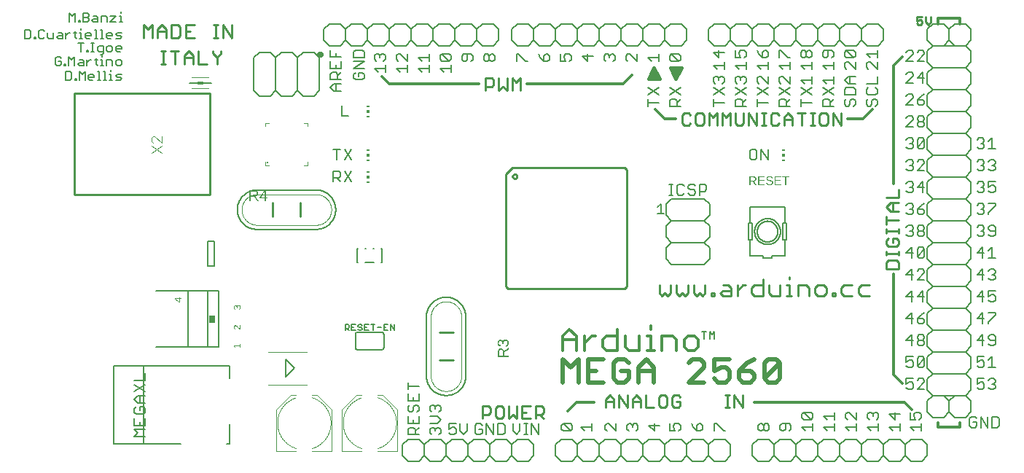
<source format=gto>
G04 EAGLE Gerber RS-274X export*
G75*
%MOMM*%
%FSLAX34Y34*%
%LPD*%
%INSilkscreen Top*%
%IPPOS*%
%AMOC8*
5,1,8,0,0,1.08239X$1,22.5*%
G01*
G04 Define Apertures*
%ADD10C,0.304800*%
%ADD11C,0.406400*%
%ADD12C,0.254000*%
%ADD13C,0.177800*%
%ADD14C,0.330200*%
%ADD15C,0.203200*%
%ADD16C,0.152400*%
%ADD17C,0.279400*%
%ADD18C,0.228600*%
%ADD19C,0.482600*%
%ADD20C,0.127000*%
%ADD21C,0.101600*%
%ADD22R,0.300000X0.150000*%
%ADD23R,0.300000X0.300000*%
%ADD24R,0.762000X0.863600*%
%ADD25C,0.300000*%
%ADD26C,0.220000*%
%ADD27C,0.070000*%
%ADD28R,0.700000X0.300000*%
%ADD29C,0.050800*%
G36*
X127513Y188445D02*
X127418Y189486D01*
X127746Y189557D01*
X128030Y189669D01*
X128271Y189823D01*
X128468Y190017D01*
X128621Y190252D01*
X128730Y190529D01*
X128796Y190847D01*
X128818Y191206D01*
X128794Y191566D01*
X128724Y191885D01*
X128607Y192164D01*
X128442Y192401D01*
X128343Y192503D01*
X128232Y192591D01*
X128110Y192666D01*
X127976Y192727D01*
X127831Y192774D01*
X127675Y192808D01*
X127507Y192828D01*
X127328Y192835D01*
X127171Y192827D01*
X127024Y192804D01*
X126885Y192765D01*
X126755Y192711D01*
X126634Y192642D01*
X126521Y192556D01*
X126418Y192456D01*
X126323Y192340D01*
X126238Y192209D01*
X126165Y192064D01*
X126103Y191906D01*
X126052Y191734D01*
X125984Y191349D01*
X125962Y190909D01*
X125962Y190338D01*
X125088Y190338D01*
X125088Y190886D01*
X125065Y191278D01*
X124998Y191622D01*
X124885Y191920D01*
X124727Y192172D01*
X124529Y192371D01*
X124417Y192450D01*
X124296Y192514D01*
X124167Y192564D01*
X124029Y192599D01*
X123883Y192621D01*
X123727Y192628D01*
X123427Y192605D01*
X123161Y192535D01*
X122928Y192419D01*
X122728Y192256D01*
X122567Y192047D01*
X122453Y191793D01*
X122384Y191494D01*
X122361Y191150D01*
X122382Y190832D01*
X122446Y190547D01*
X122553Y190293D01*
X122702Y190072D01*
X122891Y189887D01*
X123114Y189746D01*
X123372Y189648D01*
X123666Y189593D01*
X123587Y188579D01*
X123352Y188616D01*
X123129Y188671D01*
X122921Y188745D01*
X122725Y188836D01*
X122543Y188946D01*
X122373Y189073D01*
X122218Y189219D01*
X122075Y189383D01*
X121948Y189562D01*
X121838Y189753D01*
X121744Y189957D01*
X121668Y190173D01*
X121608Y190402D01*
X121566Y190642D01*
X121541Y190895D01*
X121532Y191161D01*
X121541Y191449D01*
X121567Y191721D01*
X121610Y191977D01*
X121670Y192216D01*
X121748Y192438D01*
X121842Y192644D01*
X121954Y192833D01*
X122084Y193006D01*
X122228Y193160D01*
X122387Y193294D01*
X122558Y193407D01*
X122744Y193499D01*
X122943Y193571D01*
X123155Y193623D01*
X123381Y193654D01*
X123621Y193664D01*
X123805Y193657D01*
X123981Y193638D01*
X124148Y193605D01*
X124306Y193558D01*
X124455Y193499D01*
X124596Y193426D01*
X124850Y193241D01*
X125068Y193006D01*
X125247Y192722D01*
X125388Y192391D01*
X125491Y192012D01*
X125514Y192012D01*
X125544Y192227D01*
X125586Y192430D01*
X125642Y192620D01*
X125710Y192799D01*
X125790Y192965D01*
X125883Y193119D01*
X125989Y193260D01*
X126107Y193390D01*
X126236Y193505D01*
X126373Y193605D01*
X126517Y193690D01*
X126670Y193759D01*
X126831Y193813D01*
X127000Y193852D01*
X127177Y193875D01*
X127362Y193882D01*
X127627Y193872D01*
X127877Y193839D01*
X128111Y193785D01*
X128330Y193709D01*
X128534Y193611D01*
X128722Y193492D01*
X128895Y193351D01*
X129053Y193188D01*
X129193Y193005D01*
X129315Y192804D01*
X129418Y192584D01*
X129502Y192345D01*
X129568Y192088D01*
X129615Y191812D01*
X129643Y191518D01*
X129652Y191206D01*
X129644Y190914D01*
X129618Y190637D01*
X129576Y190375D01*
X129517Y190128D01*
X129441Y189897D01*
X129348Y189680D01*
X129238Y189479D01*
X129112Y189293D01*
X128968Y189124D01*
X128809Y188972D01*
X128633Y188839D01*
X128442Y188724D01*
X128234Y188627D01*
X128010Y188548D01*
X127769Y188487D01*
X127513Y188445D01*
G37*
G36*
X59174Y197113D02*
X58390Y197113D01*
X53070Y200725D01*
X53070Y201784D01*
X58378Y201784D01*
X58378Y202892D01*
X59174Y202892D01*
X59174Y201784D01*
X60960Y201784D01*
X60960Y200832D01*
X59174Y200832D01*
X59174Y197113D01*
G37*
%LPC*%
G36*
X58378Y198043D02*
X58378Y200832D01*
X54206Y200832D01*
X54503Y200675D01*
X54873Y200456D01*
X57852Y198435D01*
X58266Y198132D01*
X58378Y198043D01*
G37*
%LPD*%
G36*
X129540Y144148D02*
X128683Y144148D01*
X128683Y146158D01*
X122613Y146158D01*
X123884Y144377D01*
X122932Y144377D01*
X121650Y146242D01*
X121650Y147172D01*
X128683Y147172D01*
X128683Y149092D01*
X129540Y149092D01*
X129540Y144148D01*
G37*
G36*
X129634Y165471D02*
X128923Y165471D01*
X128605Y165621D01*
X128306Y165788D01*
X128027Y165970D01*
X127766Y166168D01*
X127289Y166590D01*
X126859Y167033D01*
X126468Y167485D01*
X126106Y167932D01*
X125759Y168355D01*
X125412Y168736D01*
X125056Y169060D01*
X124872Y169196D01*
X124684Y169315D01*
X124487Y169412D01*
X124278Y169481D01*
X124056Y169523D01*
X123821Y169536D01*
X123515Y169513D01*
X123244Y169441D01*
X123011Y169322D01*
X122813Y169156D01*
X122656Y168947D01*
X122544Y168701D01*
X122477Y168417D01*
X122455Y168097D01*
X122477Y167789D01*
X122542Y167510D01*
X122652Y167259D01*
X122805Y167036D01*
X122998Y166849D01*
X123226Y166705D01*
X123489Y166604D01*
X123788Y166546D01*
X123692Y165516D01*
X123462Y165553D01*
X123243Y165608D01*
X123037Y165681D01*
X122843Y165772D01*
X122660Y165882D01*
X122490Y166010D01*
X122332Y166155D01*
X122186Y166319D01*
X122055Y166498D01*
X121941Y166690D01*
X121845Y166893D01*
X121766Y167109D01*
X121705Y167338D01*
X121661Y167579D01*
X121635Y167832D01*
X121626Y168097D01*
X121635Y168387D01*
X121661Y168659D01*
X121705Y168914D01*
X121767Y169152D01*
X121846Y169373D01*
X121943Y169576D01*
X122057Y169762D01*
X122189Y169931D01*
X122337Y170081D01*
X122500Y170212D01*
X122678Y170322D01*
X122870Y170412D01*
X123077Y170482D01*
X123299Y170532D01*
X123536Y170562D01*
X123788Y170572D01*
X124017Y170559D01*
X124245Y170520D01*
X124473Y170454D01*
X124700Y170362D01*
X124927Y170245D01*
X125154Y170101D01*
X125381Y169932D01*
X125608Y169738D01*
X125866Y169484D01*
X126186Y169135D01*
X127013Y168153D01*
X127514Y167575D01*
X127962Y167128D01*
X128172Y166951D01*
X128378Y166801D01*
X128579Y166677D01*
X128777Y166580D01*
X128777Y170696D01*
X129634Y170696D01*
X129634Y165471D01*
G37*
G36*
X721814Y333460D02*
X720477Y333460D01*
X720477Y343328D01*
X725120Y343328D01*
X725525Y343317D01*
X725906Y343282D01*
X726263Y343223D01*
X726597Y343142D01*
X726907Y343037D01*
X727193Y342909D01*
X727455Y342757D01*
X727694Y342582D01*
X727907Y342387D01*
X728091Y342173D01*
X728247Y341941D01*
X728374Y341690D01*
X728473Y341422D01*
X728544Y341135D01*
X728587Y340829D01*
X728601Y340506D01*
X728591Y340236D01*
X728561Y339978D01*
X728511Y339730D01*
X728441Y339494D01*
X728351Y339268D01*
X728241Y339053D01*
X728110Y338850D01*
X727960Y338657D01*
X727792Y338478D01*
X727609Y338317D01*
X727411Y338173D01*
X727322Y338120D01*
X727198Y338046D01*
X726969Y337936D01*
X726725Y337844D01*
X726466Y337769D01*
X726192Y337711D01*
X727384Y335902D01*
X728993Y333460D01*
X727452Y333460D01*
X724889Y337557D01*
X721814Y337557D01*
X721814Y333460D01*
G37*
%LPC*%
G36*
X725043Y338615D02*
X725300Y338623D01*
X725542Y338646D01*
X725769Y338684D01*
X725981Y338738D01*
X726178Y338808D01*
X726360Y338893D01*
X726527Y338993D01*
X726678Y339109D01*
X726814Y339238D01*
X726931Y339380D01*
X727031Y339535D01*
X727112Y339701D01*
X727175Y339880D01*
X727220Y340072D01*
X727247Y340276D01*
X727256Y340492D01*
X727247Y340701D01*
X727220Y340897D01*
X727174Y341080D01*
X727110Y341251D01*
X727028Y341409D01*
X726927Y341554D01*
X726809Y341686D01*
X726671Y341805D01*
X726517Y341911D01*
X726347Y342003D01*
X726160Y342080D01*
X725958Y342144D01*
X725739Y342193D01*
X725505Y342229D01*
X725254Y342250D01*
X724987Y342257D01*
X721814Y342257D01*
X721814Y338615D01*
X725043Y338615D01*
G37*
%LPD*%
G36*
X738595Y333460D02*
X730820Y333460D01*
X730820Y343328D01*
X738307Y343328D01*
X738307Y342236D01*
X732158Y342236D01*
X732158Y339070D01*
X737887Y339070D01*
X737887Y337991D01*
X732158Y337991D01*
X732158Y334553D01*
X738595Y334553D01*
X738595Y333460D01*
G37*
G36*
X757720Y333460D02*
X749945Y333460D01*
X749945Y343328D01*
X757432Y343328D01*
X757432Y342236D01*
X751283Y342236D01*
X751283Y339070D01*
X757012Y339070D01*
X757012Y337991D01*
X751283Y337991D01*
X751283Y334553D01*
X757720Y334553D01*
X757720Y333460D01*
G37*
G36*
X744039Y333320D02*
X743600Y333330D01*
X743185Y333359D01*
X742793Y333408D01*
X742425Y333477D01*
X742081Y333565D01*
X741760Y333673D01*
X741463Y333800D01*
X741190Y333947D01*
X740941Y334113D01*
X740715Y334299D01*
X740513Y334505D01*
X740334Y334730D01*
X740180Y334975D01*
X740049Y335240D01*
X739941Y335524D01*
X739858Y335827D01*
X741153Y336086D01*
X741217Y335871D01*
X741297Y335671D01*
X741392Y335486D01*
X741503Y335315D01*
X741630Y335159D01*
X741773Y335018D01*
X741932Y334892D01*
X742106Y334780D01*
X742296Y334683D01*
X742503Y334598D01*
X742726Y334526D01*
X742966Y334468D01*
X743221Y334422D01*
X743494Y334390D01*
X743783Y334370D01*
X744088Y334363D01*
X744403Y334370D01*
X744699Y334391D01*
X744976Y334426D01*
X745236Y334475D01*
X745476Y334537D01*
X745699Y334614D01*
X745902Y334704D01*
X746087Y334808D01*
X746252Y334926D01*
X746395Y335057D01*
X746516Y335200D01*
X746615Y335357D01*
X746692Y335527D01*
X746747Y335710D01*
X746780Y335906D01*
X746791Y336114D01*
X746778Y336345D01*
X746736Y336552D01*
X746667Y336737D01*
X746571Y336899D01*
X746449Y337043D01*
X746305Y337174D01*
X746139Y337292D01*
X745951Y337396D01*
X745513Y337576D01*
X744998Y337725D01*
X743773Y338012D01*
X743223Y338142D01*
X742744Y338272D01*
X742335Y338401D01*
X741997Y338531D01*
X741710Y338664D01*
X741455Y338805D01*
X741232Y338953D01*
X741041Y339109D01*
X740876Y339275D01*
X740732Y339454D01*
X740609Y339648D01*
X740505Y339854D01*
X740424Y340076D01*
X740366Y340313D01*
X740331Y340566D01*
X740320Y340835D01*
X740335Y341143D01*
X740380Y341432D01*
X740456Y341704D01*
X740562Y341957D01*
X740699Y342193D01*
X740865Y342410D01*
X741063Y342608D01*
X741290Y342789D01*
X741545Y342950D01*
X741827Y343089D01*
X742135Y343207D01*
X742469Y343304D01*
X742829Y343379D01*
X743216Y343433D01*
X743628Y343465D01*
X744067Y343475D01*
X744475Y343467D01*
X744858Y343443D01*
X745216Y343403D01*
X745550Y343347D01*
X745859Y343274D01*
X746143Y343186D01*
X746403Y343081D01*
X746637Y342961D01*
X746851Y342821D01*
X747049Y342658D01*
X747230Y342473D01*
X747394Y342265D01*
X747541Y342034D01*
X747672Y341781D01*
X747786Y341505D01*
X747884Y341206D01*
X746567Y340975D01*
X746507Y341164D01*
X746434Y341340D01*
X746349Y341503D01*
X746252Y341652D01*
X746143Y341787D01*
X746021Y341909D01*
X745887Y342018D01*
X745741Y342113D01*
X745581Y342196D01*
X745407Y342268D01*
X745218Y342329D01*
X745014Y342378D01*
X744563Y342445D01*
X744053Y342467D01*
X743766Y342461D01*
X743496Y342442D01*
X743244Y342412D01*
X743009Y342369D01*
X742792Y342314D01*
X742593Y342246D01*
X742410Y342167D01*
X742246Y342075D01*
X742100Y341971D01*
X741973Y341854D01*
X741866Y341726D01*
X741778Y341586D01*
X741710Y341434D01*
X741662Y341270D01*
X741632Y341093D01*
X741623Y340905D01*
X741638Y340687D01*
X741683Y340489D01*
X741758Y340311D01*
X741864Y340152D01*
X741998Y340009D01*
X742159Y339877D01*
X742347Y339757D01*
X742561Y339648D01*
X742845Y339539D01*
X743242Y339418D01*
X743752Y339285D01*
X744375Y339140D01*
X745282Y338926D01*
X745724Y338807D01*
X746147Y338667D01*
X746547Y338504D01*
X746921Y338314D01*
X747258Y338088D01*
X747548Y337816D01*
X747674Y337663D01*
X747785Y337496D01*
X747882Y337316D01*
X747964Y337123D01*
X748030Y336915D01*
X748077Y336689D01*
X748106Y336445D01*
X748115Y336184D01*
X748098Y335853D01*
X748048Y335540D01*
X747965Y335247D01*
X747848Y334973D01*
X747698Y334718D01*
X747514Y334483D01*
X747297Y334266D01*
X747047Y334069D01*
X746766Y333894D01*
X746458Y333741D01*
X746123Y333613D01*
X745761Y333507D01*
X745371Y333425D01*
X744954Y333367D01*
X744510Y333332D01*
X744039Y333320D01*
G37*
G36*
X763374Y333460D02*
X762043Y333460D01*
X762043Y342236D01*
X758653Y342236D01*
X758653Y343328D01*
X766764Y343328D01*
X766764Y342236D01*
X763374Y342236D01*
X763374Y333460D01*
G37*
G36*
X440690Y133474D02*
X428349Y133474D01*
X428349Y139281D01*
X428364Y139787D01*
X428408Y140264D01*
X428480Y140711D01*
X428582Y141128D01*
X428714Y141515D01*
X428874Y141873D01*
X429063Y142201D01*
X429282Y142500D01*
X429527Y142765D01*
X429794Y142996D01*
X430084Y143191D01*
X430398Y143350D01*
X430734Y143474D01*
X431093Y143563D01*
X431474Y143616D01*
X431879Y143634D01*
X432216Y143621D01*
X432539Y143584D01*
X432849Y143521D01*
X433145Y143433D01*
X433427Y143321D01*
X433695Y143183D01*
X433950Y143020D01*
X434191Y142832D01*
X434415Y142623D01*
X434617Y142394D01*
X434797Y142146D01*
X434863Y142035D01*
X434955Y141879D01*
X435092Y141593D01*
X435208Y141288D01*
X435301Y140964D01*
X435374Y140621D01*
X437637Y142112D01*
X440690Y144124D01*
X440690Y142197D01*
X435566Y138992D01*
X435566Y135147D01*
X440690Y135147D01*
X440690Y133474D01*
G37*
%LPC*%
G36*
X434244Y135147D02*
X434244Y139185D01*
X434234Y139506D01*
X434205Y139808D01*
X434157Y140092D01*
X434089Y140357D01*
X434003Y140603D01*
X433896Y140831D01*
X433771Y141040D01*
X433626Y141230D01*
X433464Y141399D01*
X433287Y141546D01*
X433094Y141670D01*
X432885Y141772D01*
X432661Y141851D01*
X432422Y141907D01*
X432167Y141941D01*
X431896Y141952D01*
X431635Y141941D01*
X431390Y141906D01*
X431161Y141849D01*
X430947Y141769D01*
X430750Y141667D01*
X430569Y141541D01*
X430403Y141392D01*
X430254Y141221D01*
X430122Y141028D01*
X430007Y140815D01*
X429910Y140582D01*
X429831Y140329D01*
X429769Y140055D01*
X429725Y139762D01*
X429698Y139448D01*
X429689Y139114D01*
X429689Y135147D01*
X434244Y135147D01*
G37*
%LPD*%
G36*
X437519Y145654D02*
X437371Y147284D01*
X437636Y147331D01*
X437884Y147394D01*
X438115Y147474D01*
X438329Y147570D01*
X438525Y147682D01*
X438705Y147809D01*
X438867Y147953D01*
X439013Y148113D01*
X439141Y148289D01*
X439252Y148482D01*
X439346Y148690D01*
X439423Y148914D01*
X439483Y149155D01*
X439526Y149411D01*
X439552Y149684D01*
X439560Y149972D01*
X439551Y150262D01*
X439524Y150536D01*
X439478Y150794D01*
X439413Y151035D01*
X439331Y151261D01*
X439230Y151471D01*
X439111Y151665D01*
X438973Y151842D01*
X438818Y152001D01*
X438644Y152139D01*
X438453Y152256D01*
X438244Y152351D01*
X438017Y152426D01*
X437773Y152479D01*
X437511Y152511D01*
X437230Y152521D01*
X436986Y152509D01*
X436754Y152473D01*
X436537Y152412D01*
X436334Y152327D01*
X436144Y152218D01*
X435968Y152085D01*
X435806Y151928D01*
X435658Y151746D01*
X435526Y151541D01*
X435411Y151315D01*
X435314Y151068D01*
X435235Y150799D01*
X435173Y150508D01*
X435129Y150197D01*
X435102Y149863D01*
X435093Y149508D01*
X435093Y148615D01*
X433727Y148615D01*
X433727Y149473D01*
X433718Y149788D01*
X433692Y150085D01*
X433648Y150363D01*
X433586Y150624D01*
X433506Y150866D01*
X433409Y151090D01*
X433294Y151296D01*
X433162Y151483D01*
X433014Y151651D01*
X432853Y151796D01*
X432677Y151918D01*
X432489Y152019D01*
X432287Y152097D01*
X432071Y152152D01*
X431842Y152186D01*
X431599Y152197D01*
X431358Y152188D01*
X431130Y152161D01*
X430915Y152115D01*
X430713Y152051D01*
X430524Y151970D01*
X430348Y151869D01*
X430185Y151751D01*
X430035Y151615D01*
X429901Y151460D01*
X429784Y151288D01*
X429686Y151098D01*
X429605Y150891D01*
X429542Y150666D01*
X429497Y150423D01*
X429471Y150163D01*
X429462Y149885D01*
X429470Y149630D01*
X429495Y149389D01*
X429537Y149159D01*
X429595Y148942D01*
X429670Y148738D01*
X429762Y148546D01*
X429871Y148366D01*
X429996Y148199D01*
X430136Y148046D01*
X430290Y147911D01*
X430458Y147792D01*
X430640Y147690D01*
X430835Y147604D01*
X431044Y147536D01*
X431266Y147485D01*
X431502Y147450D01*
X431380Y145865D01*
X431011Y145923D01*
X430664Y146009D01*
X430337Y146123D01*
X430031Y146266D01*
X429746Y146438D01*
X429481Y146637D01*
X429238Y146865D01*
X429015Y147121D01*
X428816Y147402D01*
X428643Y147701D01*
X428497Y148020D01*
X428378Y148358D01*
X428285Y148715D01*
X428218Y149091D01*
X428179Y149487D01*
X428165Y149902D01*
X428179Y150354D01*
X428219Y150779D01*
X428287Y151179D01*
X428381Y151552D01*
X428502Y151900D01*
X428651Y152222D01*
X428826Y152518D01*
X429028Y152788D01*
X429254Y153029D01*
X429502Y153238D01*
X429771Y153415D01*
X430060Y153560D01*
X430372Y153673D01*
X430704Y153753D01*
X431057Y153801D01*
X431432Y153817D01*
X431721Y153807D01*
X431996Y153776D01*
X432257Y153724D01*
X432504Y153652D01*
X432737Y153559D01*
X432957Y153445D01*
X433163Y153311D01*
X433355Y153156D01*
X433532Y152981D01*
X433695Y152788D01*
X433843Y152576D01*
X433976Y152345D01*
X434093Y152095D01*
X434196Y151827D01*
X434284Y151540D01*
X434358Y151234D01*
X434393Y151234D01*
X434440Y151570D01*
X434506Y151887D01*
X434593Y152185D01*
X434699Y152464D01*
X434825Y152724D01*
X434971Y152965D01*
X435136Y153186D01*
X435321Y153388D01*
X435522Y153569D01*
X435736Y153725D01*
X435962Y153858D01*
X436201Y153966D01*
X436453Y154051D01*
X436717Y154111D01*
X436994Y154147D01*
X437283Y154159D01*
X437698Y154142D01*
X438089Y154091D01*
X438456Y154006D01*
X438798Y153887D01*
X439117Y153735D01*
X439411Y153548D01*
X439682Y153327D01*
X439928Y153073D01*
X440148Y152787D01*
X440338Y152472D01*
X440499Y152128D01*
X440631Y151755D01*
X440733Y151353D01*
X440807Y150922D01*
X440851Y150461D01*
X440865Y149972D01*
X440852Y149516D01*
X440812Y149083D01*
X440746Y148673D01*
X440654Y148287D01*
X440535Y147925D01*
X440390Y147587D01*
X440218Y147272D01*
X440020Y146981D01*
X439796Y146716D01*
X439547Y146480D01*
X439272Y146271D01*
X438972Y146091D01*
X438647Y145940D01*
X438296Y145816D01*
X437921Y145721D01*
X437519Y145654D01*
G37*
G36*
X141497Y314960D02*
X139824Y314960D01*
X139824Y327301D01*
X145631Y327301D01*
X146137Y327286D01*
X146614Y327242D01*
X147061Y327170D01*
X147478Y327068D01*
X147865Y326936D01*
X148223Y326776D01*
X148551Y326587D01*
X148850Y326368D01*
X149115Y326123D01*
X149346Y325856D01*
X149541Y325566D01*
X149700Y325252D01*
X149824Y324916D01*
X149913Y324557D01*
X149966Y324176D01*
X149984Y323771D01*
X149971Y323434D01*
X149934Y323111D01*
X149871Y322801D01*
X149783Y322505D01*
X149671Y322223D01*
X149533Y321955D01*
X149370Y321700D01*
X149182Y321459D01*
X148973Y321235D01*
X148744Y321034D01*
X148496Y320853D01*
X148385Y320787D01*
X148229Y320695D01*
X147943Y320558D01*
X147638Y320442D01*
X147314Y320349D01*
X146971Y320276D01*
X148462Y318013D01*
X150474Y314960D01*
X148547Y314960D01*
X145342Y320084D01*
X141497Y320084D01*
X141497Y314960D01*
G37*
%LPC*%
G36*
X145535Y321406D02*
X145856Y321416D01*
X146158Y321445D01*
X146442Y321493D01*
X146707Y321561D01*
X146953Y321647D01*
X147181Y321754D01*
X147390Y321879D01*
X147580Y322024D01*
X147749Y322186D01*
X147896Y322363D01*
X148020Y322556D01*
X148122Y322765D01*
X148201Y322989D01*
X148257Y323228D01*
X148291Y323483D01*
X148302Y323754D01*
X148291Y324015D01*
X148256Y324260D01*
X148199Y324490D01*
X148119Y324703D01*
X148017Y324900D01*
X147891Y325081D01*
X147742Y325247D01*
X147571Y325396D01*
X147378Y325528D01*
X147165Y325643D01*
X146932Y325740D01*
X146679Y325820D01*
X146405Y325881D01*
X146112Y325925D01*
X145798Y325952D01*
X145464Y325961D01*
X141497Y325961D01*
X141497Y321406D01*
X145535Y321406D01*
G37*
%LPD*%
G36*
X159038Y314960D02*
X157549Y314960D01*
X157549Y317754D01*
X151733Y317754D01*
X151733Y318980D01*
X157382Y327301D01*
X159038Y327301D01*
X159038Y318998D01*
X160772Y318998D01*
X160772Y317754D01*
X159038Y317754D01*
X159038Y314960D01*
G37*
%LPC*%
G36*
X157549Y318998D02*
X157549Y325523D01*
X157303Y325059D01*
X156962Y324481D01*
X153800Y319821D01*
X153327Y319173D01*
X153187Y318998D01*
X157549Y318998D01*
G37*
%LPD*%
D10*
X939800Y57150D02*
X939800Y52070D01*
X965200Y52070D01*
X965200Y57150D01*
X939800Y520700D02*
X939800Y527050D01*
X965200Y527050D01*
X965200Y520700D01*
X574040Y450850D02*
X462280Y450850D01*
X574040Y450850D02*
X584200Y461010D01*
X406400Y450850D02*
X302260Y450850D01*
X293370Y459740D01*
X610870Y421640D02*
X622300Y410210D01*
X635000Y410210D01*
X834390Y410210D02*
X852170Y410210D01*
X863600Y421640D01*
X900430Y81280D02*
X726440Y81280D01*
X900430Y81280D02*
X909320Y72390D01*
X539750Y81280D02*
X519430Y81280D01*
X509270Y71120D01*
X887730Y113030D02*
X887730Y229870D01*
X887730Y113030D02*
X897890Y102870D01*
X887730Y335280D02*
X887730Y472440D01*
X897890Y482600D01*
D11*
X609600Y469900D02*
X603250Y457200D01*
X615950Y457200D02*
X609600Y469900D01*
X609600Y457200D02*
X603250Y457200D01*
X609600Y463550D01*
X609600Y457200D01*
X615950Y457200D01*
X609600Y463550D01*
X628650Y469900D02*
X635000Y469900D01*
X641350Y469900D02*
X635000Y457200D01*
X628650Y469900D01*
X635000Y463550D01*
X641350Y469900D01*
X635000Y469900D01*
X635000Y463550D01*
D10*
X220454Y485140D02*
X220456Y485224D01*
X220462Y485308D01*
X220472Y485392D01*
X220485Y485475D01*
X220503Y485557D01*
X220525Y485639D01*
X220550Y485719D01*
X220579Y485798D01*
X220612Y485876D01*
X220648Y485952D01*
X220688Y486026D01*
X220731Y486098D01*
X220777Y486168D01*
X220827Y486236D01*
X220880Y486302D01*
X220936Y486365D01*
X220995Y486425D01*
X221057Y486482D01*
X221121Y486537D01*
X221188Y486588D01*
X221257Y486636D01*
X221328Y486681D01*
X221401Y486723D01*
X221476Y486761D01*
X221553Y486795D01*
X221631Y486826D01*
X221711Y486853D01*
X221792Y486877D01*
X221874Y486896D01*
X221957Y486912D01*
X222040Y486924D01*
X222124Y486932D01*
X222208Y486936D01*
X222292Y486936D01*
X222376Y486932D01*
X222460Y486924D01*
X222543Y486912D01*
X222626Y486896D01*
X222708Y486877D01*
X222789Y486853D01*
X222869Y486826D01*
X222947Y486795D01*
X223024Y486761D01*
X223099Y486723D01*
X223172Y486681D01*
X223243Y486636D01*
X223312Y486588D01*
X223379Y486537D01*
X223443Y486482D01*
X223505Y486425D01*
X223564Y486365D01*
X223620Y486302D01*
X223673Y486236D01*
X223723Y486168D01*
X223769Y486098D01*
X223812Y486026D01*
X223852Y485952D01*
X223888Y485876D01*
X223921Y485798D01*
X223950Y485719D01*
X223975Y485639D01*
X223997Y485557D01*
X224015Y485475D01*
X224028Y485392D01*
X224038Y485308D01*
X224044Y485224D01*
X224046Y485140D01*
X224044Y485056D01*
X224038Y484972D01*
X224028Y484888D01*
X224015Y484805D01*
X223997Y484723D01*
X223975Y484641D01*
X223950Y484561D01*
X223921Y484482D01*
X223888Y484404D01*
X223852Y484328D01*
X223812Y484254D01*
X223769Y484182D01*
X223723Y484112D01*
X223673Y484044D01*
X223620Y483978D01*
X223564Y483915D01*
X223505Y483855D01*
X223443Y483798D01*
X223379Y483743D01*
X223312Y483692D01*
X223243Y483644D01*
X223172Y483599D01*
X223099Y483557D01*
X223024Y483519D01*
X222947Y483485D01*
X222869Y483454D01*
X222789Y483427D01*
X222708Y483403D01*
X222626Y483384D01*
X222543Y483368D01*
X222460Y483356D01*
X222376Y483348D01*
X222292Y483344D01*
X222208Y483344D01*
X222124Y483348D01*
X222040Y483356D01*
X221957Y483368D01*
X221874Y483384D01*
X221792Y483403D01*
X221711Y483427D01*
X221631Y483454D01*
X221553Y483485D01*
X221476Y483519D01*
X221401Y483557D01*
X221328Y483599D01*
X221257Y483644D01*
X221188Y483692D01*
X221121Y483743D01*
X221057Y483798D01*
X220995Y483855D01*
X220936Y483915D01*
X220880Y483978D01*
X220827Y484044D01*
X220777Y484112D01*
X220731Y484182D01*
X220688Y484254D01*
X220648Y484328D01*
X220612Y484404D01*
X220579Y484482D01*
X220550Y484561D01*
X220525Y484641D01*
X220503Y484723D01*
X220485Y484805D01*
X220472Y484888D01*
X220462Y484972D01*
X220456Y485056D01*
X220454Y485140D01*
D12*
X553720Y84421D02*
X553720Y74930D01*
X553720Y84421D02*
X558465Y89166D01*
X563211Y84421D01*
X563211Y74930D01*
X563211Y82048D02*
X553720Y82048D01*
X569156Y74930D02*
X569156Y89166D01*
X578647Y74930D01*
X578647Y89166D01*
X584592Y84421D02*
X584592Y74930D01*
X584592Y84421D02*
X589338Y89166D01*
X594083Y84421D01*
X594083Y74930D01*
X594083Y82048D02*
X584592Y82048D01*
X600028Y89166D02*
X600028Y74930D01*
X609519Y74930D01*
X617837Y89166D02*
X622582Y89166D01*
X617837Y89166D02*
X615464Y86793D01*
X615464Y77303D01*
X617837Y74930D01*
X622582Y74930D01*
X624955Y77303D01*
X624955Y86793D01*
X622582Y89166D01*
X638018Y89166D02*
X640391Y86793D01*
X638018Y89166D02*
X633273Y89166D01*
X630900Y86793D01*
X630900Y77303D01*
X633273Y74930D01*
X638018Y74930D01*
X640391Y77303D01*
X640391Y82048D01*
X635646Y82048D01*
X692645Y74930D02*
X697390Y74930D01*
X695017Y74930D02*
X695017Y89166D01*
X692645Y89166D02*
X697390Y89166D01*
X702935Y89166D02*
X702935Y74930D01*
X712426Y74930D02*
X702935Y89166D01*
X712426Y89166D02*
X712426Y74930D01*
D13*
X246463Y442717D02*
X238159Y442717D01*
X234006Y446869D01*
X238159Y451021D01*
X246463Y451021D01*
X240235Y451021D02*
X240235Y442717D01*
X246463Y455814D02*
X234006Y455814D01*
X234006Y462043D01*
X236082Y464119D01*
X240235Y464119D01*
X242311Y462043D01*
X242311Y455814D01*
X242311Y459966D02*
X246463Y464119D01*
X234006Y468912D02*
X234006Y477216D01*
X234006Y468912D02*
X246463Y468912D01*
X246463Y477216D01*
X240235Y473064D02*
X240235Y468912D01*
X246463Y482009D02*
X234006Y482009D01*
X234006Y490313D01*
X240235Y486161D02*
X240235Y482009D01*
X260784Y461899D02*
X262860Y463975D01*
X260784Y461899D02*
X260784Y457747D01*
X262860Y455671D01*
X271165Y455671D01*
X273241Y457747D01*
X273241Y461899D01*
X271165Y463975D01*
X267013Y463975D01*
X267013Y459823D01*
X273241Y468768D02*
X260784Y468768D01*
X273241Y477073D01*
X260784Y477073D01*
X260784Y481866D02*
X273241Y481866D01*
X273241Y488094D01*
X271165Y490170D01*
X262860Y490170D01*
X260784Y488094D01*
X260784Y481866D01*
X602604Y429221D02*
X615061Y429221D01*
X602604Y425069D02*
X602604Y433373D01*
X602604Y438166D02*
X615061Y446471D01*
X615061Y438166D02*
X602604Y446471D01*
X628004Y425069D02*
X640461Y425069D01*
X628004Y425069D02*
X628004Y431297D01*
X630080Y433373D01*
X634233Y433373D01*
X636309Y431297D01*
X636309Y425069D01*
X636309Y429221D02*
X640461Y433373D01*
X640461Y446471D02*
X628004Y438166D01*
X628004Y446471D02*
X640461Y438166D01*
X18557Y40985D02*
X6100Y40985D01*
X10253Y45137D01*
X6100Y49289D01*
X18557Y49289D01*
X6100Y54082D02*
X6100Y62387D01*
X6100Y54082D02*
X18557Y54082D01*
X18557Y62387D01*
X12329Y58234D02*
X12329Y54082D01*
X6100Y73408D02*
X8176Y75484D01*
X6100Y73408D02*
X6100Y69256D01*
X8176Y67180D01*
X16481Y67180D01*
X18557Y69256D01*
X18557Y73408D01*
X16481Y75484D01*
X12329Y75484D01*
X12329Y71332D01*
X10253Y80277D02*
X18557Y80277D01*
X10253Y80277D02*
X6100Y84429D01*
X10253Y88581D01*
X18557Y88581D01*
X12329Y88581D02*
X12329Y80277D01*
X6100Y93374D02*
X18557Y101678D01*
X18557Y93374D02*
X6100Y101678D01*
X6100Y106471D02*
X18557Y106471D01*
X18557Y114776D01*
D14*
X503301Y141351D02*
X503301Y157790D01*
X511521Y166010D01*
X519740Y157790D01*
X519740Y141351D01*
X519740Y153681D02*
X503301Y153681D01*
X529028Y157790D02*
X529028Y141351D01*
X529028Y149571D02*
X537247Y157790D01*
X541357Y157790D01*
X566906Y166010D02*
X566906Y141351D01*
X554577Y141351D01*
X550467Y145461D01*
X550467Y153681D01*
X554577Y157790D01*
X566906Y157790D01*
X576194Y157790D02*
X576194Y145461D01*
X580303Y141351D01*
X592633Y141351D01*
X592633Y157790D01*
X601920Y157790D02*
X606030Y157790D01*
X606030Y141351D01*
X601920Y141351D02*
X610140Y141351D01*
X606030Y166010D02*
X606030Y170120D01*
X619072Y157790D02*
X619072Y141351D01*
X619072Y157790D02*
X631401Y157790D01*
X635511Y153681D01*
X635511Y141351D01*
X648908Y141351D02*
X657128Y141351D01*
X661238Y145461D01*
X661238Y153681D01*
X657128Y157790D01*
X648908Y157790D01*
X644798Y153681D01*
X644798Y145461D01*
X648908Y141351D01*
D13*
X336633Y43429D02*
X324176Y43429D01*
X324176Y49657D01*
X326252Y51733D01*
X330405Y51733D01*
X332481Y49657D01*
X332481Y43429D01*
X332481Y47581D02*
X336633Y51733D01*
X324176Y56526D02*
X324176Y64831D01*
X324176Y56526D02*
X336633Y56526D01*
X336633Y64831D01*
X330405Y60678D02*
X330405Y56526D01*
X324176Y75852D02*
X326252Y77928D01*
X324176Y75852D02*
X324176Y71700D01*
X326252Y69624D01*
X328329Y69624D01*
X330405Y71700D01*
X330405Y75852D01*
X332481Y77928D01*
X334557Y77928D01*
X336633Y75852D01*
X336633Y71700D01*
X334557Y69624D01*
X324176Y82721D02*
X324176Y91025D01*
X324176Y82721D02*
X336633Y82721D01*
X336633Y91025D01*
X330405Y86873D02*
X330405Y82721D01*
X336633Y99970D02*
X324176Y99970D01*
X324176Y95818D02*
X324176Y104122D01*
X349576Y45505D02*
X351652Y43429D01*
X349576Y45505D02*
X349576Y49657D01*
X351652Y51733D01*
X353729Y51733D01*
X355805Y49657D01*
X355805Y47581D01*
X355805Y49657D02*
X357881Y51733D01*
X359957Y51733D01*
X362033Y49657D01*
X362033Y45505D01*
X359957Y43429D01*
X357881Y56526D02*
X349576Y56526D01*
X357881Y56526D02*
X362033Y60678D01*
X357881Y64831D01*
X349576Y64831D01*
X351652Y69624D02*
X349576Y71700D01*
X349576Y75852D01*
X351652Y77928D01*
X353729Y77928D01*
X355805Y75852D01*
X355805Y73776D01*
X355805Y75852D02*
X357881Y77928D01*
X359957Y77928D01*
X362033Y75852D01*
X362033Y71700D01*
X359957Y69624D01*
X371597Y56062D02*
X379901Y56062D01*
X371597Y56062D02*
X371597Y49833D01*
X375749Y51909D01*
X377825Y51909D01*
X379901Y49833D01*
X379901Y45681D01*
X377825Y43605D01*
X373673Y43605D01*
X371597Y45681D01*
X384694Y47757D02*
X384694Y56062D01*
X384694Y47757D02*
X388846Y43605D01*
X392999Y47757D01*
X392999Y56062D01*
X445765Y56062D02*
X445765Y47757D01*
X449917Y43605D01*
X454069Y47757D01*
X454069Y56062D01*
X458862Y43605D02*
X463014Y43605D01*
X460938Y43605D02*
X460938Y56062D01*
X458862Y56062D02*
X463014Y56062D01*
X467594Y56062D02*
X467594Y43605D01*
X475898Y43605D02*
X467594Y56062D01*
X475898Y56062D02*
X475898Y43605D01*
X410381Y53986D02*
X408305Y56062D01*
X404153Y56062D01*
X402077Y53986D01*
X402077Y45681D01*
X404153Y43605D01*
X408305Y43605D01*
X410381Y45681D01*
X410381Y49833D01*
X406229Y49833D01*
X415174Y43605D02*
X415174Y56062D01*
X423479Y43605D01*
X423479Y56062D01*
X428272Y56062D02*
X428272Y43605D01*
X434500Y43605D01*
X436576Y45681D01*
X436576Y53986D01*
X434500Y56062D01*
X428272Y56062D01*
X630080Y477139D02*
X638385Y477139D01*
X630080Y477139D02*
X628004Y479215D01*
X628004Y483367D01*
X630080Y485443D01*
X638385Y485443D01*
X640461Y483367D01*
X640461Y479215D01*
X638385Y477139D01*
X630080Y485443D01*
X606757Y477139D02*
X602604Y481291D01*
X615061Y481291D01*
X615061Y477139D02*
X615061Y485443D01*
X589661Y485443D02*
X589661Y477139D01*
X581357Y485443D01*
X579280Y485443D01*
X577204Y483367D01*
X577204Y479215D01*
X579280Y477139D01*
X553880Y477139D02*
X551804Y479215D01*
X551804Y483367D01*
X553880Y485443D01*
X555957Y485443D01*
X558033Y483367D01*
X558033Y481291D01*
X558033Y483367D02*
X560109Y485443D01*
X562185Y485443D01*
X564261Y483367D01*
X564261Y479215D01*
X562185Y477139D01*
X538861Y483367D02*
X526404Y483367D01*
X532633Y477139D01*
X532633Y485443D01*
X501004Y485443D02*
X501004Y477139D01*
X507233Y477139D01*
X505157Y481291D01*
X505157Y483367D01*
X507233Y485443D01*
X511385Y485443D01*
X513461Y483367D01*
X513461Y479215D01*
X511385Y477139D01*
X477680Y481291D02*
X475604Y485443D01*
X477680Y481291D02*
X481833Y477139D01*
X485985Y477139D01*
X488061Y479215D01*
X488061Y483367D01*
X485985Y485443D01*
X483909Y485443D01*
X481833Y483367D01*
X481833Y477139D01*
X450204Y477139D02*
X450204Y485443D01*
X452280Y485443D01*
X460585Y477139D01*
X462661Y477139D01*
X414180Y477139D02*
X412104Y479215D01*
X412104Y483367D01*
X414180Y485443D01*
X416257Y485443D01*
X418333Y483367D01*
X420409Y485443D01*
X422485Y485443D01*
X424561Y483367D01*
X424561Y479215D01*
X422485Y477139D01*
X420409Y477139D01*
X418333Y479215D01*
X416257Y477139D01*
X414180Y477139D01*
X418333Y479215D02*
X418333Y483367D01*
X399161Y479215D02*
X397085Y477139D01*
X399161Y479215D02*
X399161Y483367D01*
X397085Y485443D01*
X388780Y485443D01*
X386704Y483367D01*
X386704Y479215D01*
X388780Y477139D01*
X390857Y477139D01*
X392933Y479215D01*
X392933Y485443D01*
X365457Y464439D02*
X361304Y468591D01*
X373761Y468591D01*
X373761Y464439D02*
X373761Y472743D01*
X371685Y477536D02*
X363380Y477536D01*
X361304Y479612D01*
X361304Y483765D01*
X363380Y485841D01*
X371685Y485841D01*
X373761Y483765D01*
X373761Y479612D01*
X371685Y477536D01*
X363380Y485841D01*
X340057Y464439D02*
X335904Y468591D01*
X348361Y468591D01*
X348361Y464439D02*
X348361Y472743D01*
X340057Y477536D02*
X335904Y481688D01*
X348361Y481688D01*
X348361Y477536D02*
X348361Y485841D01*
X314657Y464439D02*
X310504Y468591D01*
X322961Y468591D01*
X322961Y464439D02*
X322961Y472743D01*
X322961Y477536D02*
X322961Y485841D01*
X314657Y485841D02*
X322961Y477536D01*
X314657Y485841D02*
X312580Y485841D01*
X310504Y483765D01*
X310504Y479612D01*
X312580Y477536D01*
X289257Y464439D02*
X285104Y468591D01*
X297561Y468591D01*
X297561Y464439D02*
X297561Y472743D01*
X287180Y477536D02*
X285104Y479612D01*
X285104Y483765D01*
X287180Y485841D01*
X289257Y485841D01*
X291333Y483765D01*
X291333Y481688D01*
X291333Y483765D02*
X293409Y485841D01*
X295485Y485841D01*
X297561Y483765D01*
X297561Y479612D01*
X295485Y477536D01*
X504350Y47879D02*
X512655Y47879D01*
X504350Y47879D02*
X502274Y49955D01*
X502274Y54107D01*
X504350Y56183D01*
X512655Y56183D01*
X514731Y54107D01*
X514731Y49955D01*
X512655Y47879D01*
X504350Y56183D01*
X525134Y52031D02*
X529287Y47879D01*
X525134Y52031D02*
X537591Y52031D01*
X537591Y47879D02*
X537591Y56183D01*
X565531Y56183D02*
X565531Y47879D01*
X557227Y56183D01*
X555150Y56183D01*
X553074Y54107D01*
X553074Y49955D01*
X555150Y47879D01*
X578474Y49955D02*
X580550Y47879D01*
X578474Y49955D02*
X578474Y54107D01*
X580550Y56183D01*
X582627Y56183D01*
X584703Y54107D01*
X584703Y52031D01*
X584703Y54107D02*
X586779Y56183D01*
X588855Y56183D01*
X590931Y54107D01*
X590931Y49955D01*
X588855Y47879D01*
X603874Y54107D02*
X616331Y54107D01*
X610103Y47879D02*
X603874Y54107D01*
X610103Y56183D02*
X610103Y47879D01*
X628004Y47879D02*
X628004Y56183D01*
X628004Y47879D02*
X634233Y47879D01*
X632157Y52031D01*
X632157Y54107D01*
X634233Y56183D01*
X638385Y56183D01*
X640461Y54107D01*
X640461Y49955D01*
X638385Y47879D01*
X653404Y56183D02*
X655480Y52031D01*
X659633Y47879D01*
X663785Y47879D01*
X665861Y49955D01*
X665861Y54107D01*
X663785Y56183D01*
X661709Y56183D01*
X659633Y54107D01*
X659633Y47879D01*
X680074Y47879D02*
X680074Y56183D01*
X682150Y56183D01*
X690455Y47879D01*
X692531Y47879D01*
X831204Y431297D02*
X833280Y433373D01*
X831204Y431297D02*
X831204Y427145D01*
X833280Y425069D01*
X835357Y425069D01*
X837433Y427145D01*
X837433Y431297D01*
X839509Y433373D01*
X841585Y433373D01*
X843661Y431297D01*
X843661Y427145D01*
X841585Y425069D01*
X843661Y438166D02*
X831204Y438166D01*
X843661Y438166D02*
X843661Y444395D01*
X841585Y446471D01*
X833280Y446471D01*
X831204Y444395D01*
X831204Y438166D01*
X835357Y451264D02*
X843661Y451264D01*
X835357Y451264D02*
X831204Y455416D01*
X835357Y459568D01*
X843661Y459568D01*
X837433Y459568D02*
X837433Y451264D01*
X856604Y431297D02*
X858680Y433373D01*
X856604Y431297D02*
X856604Y427145D01*
X858680Y425069D01*
X860757Y425069D01*
X862833Y427145D01*
X862833Y431297D01*
X864909Y433373D01*
X866985Y433373D01*
X869061Y431297D01*
X869061Y427145D01*
X866985Y425069D01*
X856604Y444395D02*
X858680Y446471D01*
X856604Y444395D02*
X856604Y440242D01*
X858680Y438166D01*
X866985Y438166D01*
X869061Y440242D01*
X869061Y444395D01*
X866985Y446471D01*
X869061Y451264D02*
X856604Y451264D01*
X869061Y451264D02*
X869061Y459568D01*
D15*
X617637Y311291D02*
X614078Y307732D01*
X617637Y311291D02*
X617637Y300614D01*
X614078Y300614D02*
X621196Y300614D01*
D13*
X730874Y49955D02*
X732950Y47879D01*
X730874Y49955D02*
X730874Y54107D01*
X732950Y56183D01*
X735027Y56183D01*
X737103Y54107D01*
X739179Y56183D01*
X741255Y56183D01*
X743331Y54107D01*
X743331Y49955D01*
X741255Y47879D01*
X739179Y47879D01*
X737103Y49955D01*
X735027Y47879D01*
X732950Y47879D01*
X737103Y49955D02*
X737103Y54107D01*
X766655Y47879D02*
X768731Y49955D01*
X768731Y54107D01*
X766655Y56183D01*
X758350Y56183D01*
X756274Y54107D01*
X756274Y49955D01*
X758350Y47879D01*
X760427Y47879D01*
X762503Y49955D01*
X762503Y56183D01*
D16*
X781547Y51989D02*
X785784Y47752D01*
X781547Y51989D02*
X794258Y51989D01*
X794258Y47752D02*
X794258Y56226D01*
X792140Y60849D02*
X783666Y60849D01*
X781547Y62968D01*
X781547Y67205D01*
X783666Y69323D01*
X792140Y69323D01*
X794258Y67205D01*
X794258Y62968D01*
X792140Y60849D01*
X783666Y69323D01*
D13*
X807074Y52031D02*
X811227Y47879D01*
X807074Y52031D02*
X819531Y52031D01*
X819531Y47879D02*
X819531Y56183D01*
X811227Y60976D02*
X807074Y65128D01*
X819531Y65128D01*
X819531Y60976D02*
X819531Y69281D01*
X832474Y52031D02*
X836627Y47879D01*
X832474Y52031D02*
X844931Y52031D01*
X844931Y47879D02*
X844931Y56183D01*
X844931Y60976D02*
X844931Y69281D01*
X836627Y69281D02*
X844931Y60976D01*
X836627Y69281D02*
X834550Y69281D01*
X832474Y67205D01*
X832474Y63052D01*
X834550Y60976D01*
X857874Y52031D02*
X862027Y47879D01*
X857874Y52031D02*
X870331Y52031D01*
X870331Y47879D02*
X870331Y56183D01*
X859950Y60976D02*
X857874Y63052D01*
X857874Y67205D01*
X859950Y69281D01*
X862027Y69281D01*
X864103Y67205D01*
X864103Y65128D01*
X864103Y67205D02*
X866179Y69281D01*
X868255Y69281D01*
X870331Y67205D01*
X870331Y63052D01*
X868255Y60976D01*
X883274Y52031D02*
X887427Y47879D01*
X883274Y52031D02*
X895731Y52031D01*
X895731Y47879D02*
X895731Y56183D01*
X895731Y67205D02*
X883274Y67205D01*
X889503Y60976D01*
X889503Y69281D01*
X907404Y52031D02*
X911557Y47879D01*
X907404Y52031D02*
X919861Y52031D01*
X919861Y47879D02*
X919861Y56183D01*
X907404Y60976D02*
X907404Y69281D01*
X907404Y60976D02*
X913633Y60976D01*
X911557Y65128D01*
X911557Y67205D01*
X913633Y69281D01*
X917785Y69281D01*
X919861Y67205D01*
X919861Y63052D01*
X917785Y60976D01*
X742061Y429221D02*
X729604Y429221D01*
X729604Y425069D02*
X729604Y433373D01*
X729604Y438166D02*
X742061Y446471D01*
X742061Y438166D02*
X729604Y446471D01*
X742061Y451264D02*
X742061Y459568D01*
X742061Y451264D02*
X733757Y459568D01*
X731680Y459568D01*
X729604Y457492D01*
X729604Y453340D01*
X731680Y451264D01*
X755004Y425069D02*
X767461Y425069D01*
X755004Y425069D02*
X755004Y431297D01*
X757080Y433373D01*
X761233Y433373D01*
X763309Y431297D01*
X763309Y425069D01*
X763309Y429221D02*
X767461Y433373D01*
X767461Y446471D02*
X755004Y438166D01*
X755004Y446471D02*
X767461Y438166D01*
X767461Y451264D02*
X767461Y459568D01*
X767461Y451264D02*
X759157Y459568D01*
X757080Y459568D01*
X755004Y457492D01*
X755004Y453340D01*
X757080Y451264D01*
D12*
X615950Y217350D02*
X615950Y207690D01*
X619170Y204470D01*
X622390Y207690D01*
X625610Y204470D01*
X628830Y207690D01*
X628830Y217350D01*
X636064Y217350D02*
X636064Y207690D01*
X639284Y204470D01*
X642504Y207690D01*
X645724Y204470D01*
X648944Y207690D01*
X648944Y217350D01*
X656177Y217350D02*
X656177Y207690D01*
X659397Y204470D01*
X662617Y207690D01*
X665838Y204470D01*
X669058Y207690D01*
X669058Y217350D01*
X676291Y207690D02*
X676291Y204470D01*
X676291Y207690D02*
X679511Y207690D01*
X679511Y204470D01*
X676291Y204470D01*
X689568Y217350D02*
X696008Y217350D01*
X699228Y214130D01*
X699228Y204470D01*
X689568Y204470D01*
X686348Y207690D01*
X689568Y210910D01*
X699228Y210910D01*
X706461Y204470D02*
X706461Y217350D01*
X706461Y210910D02*
X712902Y217350D01*
X716122Y217350D01*
X736103Y223791D02*
X736103Y204470D01*
X726443Y204470D01*
X723223Y207690D01*
X723223Y214130D01*
X726443Y217350D01*
X736103Y217350D01*
X743336Y217350D02*
X743336Y207690D01*
X746557Y204470D01*
X756217Y204470D01*
X756217Y217350D01*
X763450Y217350D02*
X766670Y217350D01*
X766670Y204470D01*
X763450Y204470D02*
X769890Y204470D01*
X766670Y223791D02*
X766670Y227011D01*
X776859Y217350D02*
X776859Y204470D01*
X776859Y217350D02*
X786519Y217350D01*
X789740Y214130D01*
X789740Y204470D01*
X800193Y204470D02*
X806633Y204470D01*
X809853Y207690D01*
X809853Y214130D01*
X806633Y217350D01*
X800193Y217350D01*
X796973Y214130D01*
X796973Y207690D01*
X800193Y204470D01*
X817087Y204470D02*
X817087Y207690D01*
X820307Y207690D01*
X820307Y204470D01*
X817087Y204470D01*
X830363Y217350D02*
X840024Y217350D01*
X830363Y217350D02*
X827143Y214130D01*
X827143Y207690D01*
X830363Y204470D01*
X840024Y204470D01*
X850477Y217350D02*
X860137Y217350D01*
X850477Y217350D02*
X847257Y214130D01*
X847257Y207690D01*
X850477Y204470D01*
X860137Y204470D01*
D13*
X716661Y425069D02*
X704204Y425069D01*
X704204Y431297D01*
X706280Y433373D01*
X710433Y433373D01*
X712509Y431297D01*
X712509Y425069D01*
X712509Y429221D02*
X716661Y433373D01*
X716661Y446471D02*
X704204Y438166D01*
X704204Y446471D02*
X716661Y438166D01*
X706280Y451264D02*
X704204Y453340D01*
X704204Y457492D01*
X706280Y459568D01*
X708357Y459568D01*
X710433Y457492D01*
X710433Y455416D01*
X710433Y457492D02*
X712509Y459568D01*
X714585Y459568D01*
X716661Y457492D01*
X716661Y453340D01*
X714585Y451264D01*
X691261Y429221D02*
X678804Y429221D01*
X678804Y425069D02*
X678804Y433373D01*
X678804Y438166D02*
X691261Y446471D01*
X691261Y438166D02*
X678804Y446471D01*
X680880Y451264D02*
X678804Y453340D01*
X678804Y457492D01*
X680880Y459568D01*
X682957Y459568D01*
X685033Y457492D01*
X685033Y455416D01*
X685033Y457492D02*
X687109Y459568D01*
X689185Y459568D01*
X691261Y457492D01*
X691261Y453340D01*
X689185Y451264D01*
X805804Y425069D02*
X818261Y425069D01*
X805804Y425069D02*
X805804Y431297D01*
X807880Y433373D01*
X812033Y433373D01*
X814109Y431297D01*
X814109Y425069D01*
X814109Y429221D02*
X818261Y433373D01*
X818261Y446471D02*
X805804Y438166D01*
X805804Y446471D02*
X818261Y438166D01*
X809957Y451264D02*
X805804Y455416D01*
X818261Y455416D01*
X818261Y451264D02*
X818261Y459568D01*
X792861Y429221D02*
X780404Y429221D01*
X780404Y425069D02*
X780404Y433373D01*
X780404Y438166D02*
X792861Y446471D01*
X792861Y438166D02*
X780404Y446471D01*
X784557Y451264D02*
X780404Y455416D01*
X792861Y455416D01*
X792861Y451264D02*
X792861Y459568D01*
D17*
X16637Y504317D02*
X16637Y519316D01*
X21637Y514316D01*
X26636Y519316D01*
X26636Y504317D01*
X33009Y504317D02*
X33009Y514316D01*
X38008Y519316D01*
X43008Y514316D01*
X43008Y504317D01*
X43008Y511816D02*
X33009Y511816D01*
X49380Y504317D02*
X49380Y519316D01*
X49380Y504317D02*
X56880Y504317D01*
X59379Y506817D01*
X59379Y516816D01*
X56880Y519316D01*
X49380Y519316D01*
X65752Y519316D02*
X75751Y519316D01*
X65752Y519316D02*
X65752Y504317D01*
X75751Y504317D01*
X70751Y511816D02*
X65752Y511816D01*
X98495Y504317D02*
X103494Y504317D01*
X100995Y504317D02*
X100995Y519316D01*
X103494Y519316D02*
X98495Y519316D01*
X109409Y519316D02*
X109409Y504317D01*
X119408Y504317D02*
X109409Y519316D01*
X119408Y519316D02*
X119408Y504317D01*
X41957Y473837D02*
X36957Y473837D01*
X39457Y473837D02*
X39457Y488836D01*
X36957Y488836D02*
X41957Y488836D01*
X52871Y488836D02*
X52871Y473837D01*
X47871Y488836D02*
X57871Y488836D01*
X64243Y483836D02*
X64243Y473837D01*
X64243Y483836D02*
X69243Y488836D01*
X74242Y483836D01*
X74242Y473837D01*
X74242Y481336D02*
X64243Y481336D01*
X80615Y473837D02*
X80615Y488836D01*
X80615Y473837D02*
X90614Y473837D01*
X96986Y486336D02*
X96986Y488836D01*
X96986Y486336D02*
X101986Y481336D01*
X106985Y486336D01*
X106985Y488836D01*
X101986Y481336D02*
X101986Y473837D01*
D12*
X414020Y457466D02*
X414020Y443230D01*
X414020Y457466D02*
X421138Y457466D01*
X423511Y455093D01*
X423511Y450348D01*
X421138Y447975D01*
X414020Y447975D01*
X429456Y443230D02*
X429456Y457466D01*
X434201Y447975D02*
X429456Y443230D01*
X434201Y447975D02*
X438947Y443230D01*
X438947Y457466D01*
X444892Y457466D02*
X444892Y443230D01*
X449638Y452721D02*
X444892Y457466D01*
X449638Y452721D02*
X454383Y457466D01*
X454383Y443230D01*
D13*
X678804Y472401D02*
X682957Y468249D01*
X678804Y472401D02*
X691261Y472401D01*
X691261Y468249D02*
X691261Y476553D01*
X691261Y487575D02*
X678804Y487575D01*
X685033Y481346D01*
X685033Y489651D01*
X704204Y472401D02*
X708357Y468249D01*
X704204Y472401D02*
X716661Y472401D01*
X716661Y468249D02*
X716661Y476553D01*
X704204Y481346D02*
X704204Y489651D01*
X704204Y481346D02*
X710433Y481346D01*
X708357Y485498D01*
X708357Y487575D01*
X710433Y489651D01*
X714585Y489651D01*
X716661Y487575D01*
X716661Y483422D01*
X714585Y481346D01*
X729604Y472401D02*
X733757Y468249D01*
X729604Y472401D02*
X742061Y472401D01*
X742061Y468249D02*
X742061Y476553D01*
X731680Y485498D02*
X729604Y489651D01*
X731680Y485498D02*
X735833Y481346D01*
X739985Y481346D01*
X742061Y483422D01*
X742061Y487575D01*
X739985Y489651D01*
X737909Y489651D01*
X735833Y487575D01*
X735833Y481346D01*
X755004Y472401D02*
X759157Y468249D01*
X755004Y472401D02*
X767461Y472401D01*
X767461Y468249D02*
X767461Y476553D01*
X755004Y481346D02*
X755004Y489651D01*
X757080Y489651D01*
X765385Y481346D01*
X767461Y481346D01*
X780404Y472401D02*
X784557Y468249D01*
X780404Y472401D02*
X792861Y472401D01*
X792861Y468249D02*
X792861Y476553D01*
X782480Y481346D02*
X780404Y483422D01*
X780404Y487575D01*
X782480Y489651D01*
X784557Y489651D01*
X786633Y487575D01*
X788709Y489651D01*
X790785Y489651D01*
X792861Y487575D01*
X792861Y483422D01*
X790785Y481346D01*
X788709Y481346D01*
X786633Y483422D01*
X784557Y481346D01*
X782480Y481346D01*
X786633Y483422D02*
X786633Y487575D01*
X805804Y472401D02*
X809957Y468249D01*
X805804Y472401D02*
X818261Y472401D01*
X818261Y468249D02*
X818261Y476553D01*
X816185Y481346D02*
X818261Y483422D01*
X818261Y487575D01*
X816185Y489651D01*
X807880Y489651D01*
X805804Y487575D01*
X805804Y483422D01*
X807880Y481346D01*
X809957Y481346D01*
X812033Y483422D01*
X812033Y489651D01*
X843661Y476553D02*
X843661Y468249D01*
X835357Y476553D01*
X833280Y476553D01*
X831204Y474477D01*
X831204Y470325D01*
X833280Y468249D01*
X833280Y481346D02*
X841585Y481346D01*
X833280Y481346D02*
X831204Y483422D01*
X831204Y487575D01*
X833280Y489651D01*
X841585Y489651D01*
X843661Y487575D01*
X843661Y483422D01*
X841585Y481346D01*
X833280Y489651D01*
X869061Y476553D02*
X869061Y468249D01*
X860757Y476553D01*
X858680Y476553D01*
X856604Y474477D01*
X856604Y470325D01*
X858680Y468249D01*
X860757Y481346D02*
X856604Y485498D01*
X869061Y485498D01*
X869061Y481346D02*
X869061Y489651D01*
D18*
X915282Y528455D02*
X921213Y528455D01*
X915282Y528455D02*
X915282Y524006D01*
X918247Y525489D01*
X919730Y525489D01*
X921213Y524006D01*
X921213Y521040D01*
X919730Y519557D01*
X916765Y519557D01*
X915282Y521040D01*
X925572Y522523D02*
X925572Y528455D01*
X925572Y522523D02*
X928538Y519557D01*
X931504Y522523D01*
X931504Y528455D01*
D13*
X982477Y64146D02*
X984553Y62070D01*
X982477Y64146D02*
X978325Y64146D01*
X976249Y62070D01*
X976249Y53765D01*
X978325Y51689D01*
X982477Y51689D01*
X984553Y53765D01*
X984553Y57917D01*
X980401Y57917D01*
X989346Y51689D02*
X989346Y64146D01*
X997651Y51689D01*
X997651Y64146D01*
X1002444Y64146D02*
X1002444Y51689D01*
X1008672Y51689D01*
X1010748Y53765D01*
X1010748Y62070D01*
X1008672Y64146D01*
X1002444Y64146D01*
X910893Y477139D02*
X902589Y477139D01*
X910893Y485443D01*
X910893Y487520D01*
X908817Y489596D01*
X904665Y489596D01*
X902589Y487520D01*
X915686Y477139D02*
X923991Y477139D01*
X923991Y485443D02*
X915686Y477139D01*
X923991Y485443D02*
X923991Y487520D01*
X921915Y489596D01*
X917762Y489596D01*
X915686Y487520D01*
X910893Y451739D02*
X902589Y451739D01*
X910893Y460043D01*
X910893Y462120D01*
X908817Y464196D01*
X904665Y464196D01*
X902589Y462120D01*
X921915Y464196D02*
X921915Y451739D01*
X915686Y457967D02*
X921915Y464196D01*
X923991Y457967D02*
X915686Y457967D01*
X910893Y426339D02*
X902589Y426339D01*
X910893Y434643D01*
X910893Y436720D01*
X908817Y438796D01*
X904665Y438796D01*
X902589Y436720D01*
X919838Y436720D02*
X923991Y438796D01*
X919838Y436720D02*
X915686Y432567D01*
X915686Y428415D01*
X917762Y426339D01*
X921915Y426339D01*
X923991Y428415D01*
X923991Y430491D01*
X921915Y432567D01*
X915686Y432567D01*
X910893Y400939D02*
X902589Y400939D01*
X910893Y409243D01*
X910893Y411320D01*
X908817Y413396D01*
X904665Y413396D01*
X902589Y411320D01*
X915686Y411320D02*
X917762Y413396D01*
X921915Y413396D01*
X923991Y411320D01*
X923991Y409243D01*
X921915Y407167D01*
X923991Y405091D01*
X923991Y403015D01*
X921915Y400939D01*
X917762Y400939D01*
X915686Y403015D01*
X915686Y405091D01*
X917762Y407167D01*
X915686Y409243D01*
X915686Y411320D01*
X917762Y407167D02*
X921915Y407167D01*
X904665Y387996D02*
X902589Y385920D01*
X904665Y387996D02*
X908817Y387996D01*
X910893Y385920D01*
X910893Y383843D01*
X908817Y381767D01*
X906741Y381767D01*
X908817Y381767D02*
X910893Y379691D01*
X910893Y377615D01*
X908817Y375539D01*
X904665Y375539D01*
X902589Y377615D01*
X915686Y377615D02*
X915686Y385920D01*
X917762Y387996D01*
X921915Y387996D01*
X923991Y385920D01*
X923991Y377615D01*
X921915Y375539D01*
X917762Y375539D01*
X915686Y377615D01*
X923991Y385920D01*
X985139Y385920D02*
X987215Y387996D01*
X991367Y387996D01*
X993443Y385920D01*
X993443Y383843D01*
X991367Y381767D01*
X989291Y381767D01*
X991367Y381767D02*
X993443Y379691D01*
X993443Y377615D01*
X991367Y375539D01*
X987215Y375539D01*
X985139Y377615D01*
X998236Y383843D02*
X1002388Y387996D01*
X1002388Y375539D01*
X998236Y375539D02*
X1006541Y375539D01*
X904665Y362596D02*
X902589Y360520D01*
X904665Y362596D02*
X908817Y362596D01*
X910893Y360520D01*
X910893Y358443D01*
X908817Y356367D01*
X906741Y356367D01*
X908817Y356367D02*
X910893Y354291D01*
X910893Y352215D01*
X908817Y350139D01*
X904665Y350139D01*
X902589Y352215D01*
X915686Y350139D02*
X923991Y350139D01*
X923991Y358443D02*
X915686Y350139D01*
X923991Y358443D02*
X923991Y360520D01*
X921915Y362596D01*
X917762Y362596D01*
X915686Y360520D01*
X985139Y360520D02*
X987215Y362596D01*
X991367Y362596D01*
X993443Y360520D01*
X993443Y358443D01*
X991367Y356367D01*
X989291Y356367D01*
X991367Y356367D02*
X993443Y354291D01*
X993443Y352215D01*
X991367Y350139D01*
X987215Y350139D01*
X985139Y352215D01*
X998236Y360520D02*
X1000312Y362596D01*
X1004465Y362596D01*
X1006541Y360520D01*
X1006541Y358443D01*
X1004465Y356367D01*
X1002388Y356367D01*
X1004465Y356367D02*
X1006541Y354291D01*
X1006541Y352215D01*
X1004465Y350139D01*
X1000312Y350139D01*
X998236Y352215D01*
X904665Y337196D02*
X902589Y335120D01*
X904665Y337196D02*
X908817Y337196D01*
X910893Y335120D01*
X910893Y333043D01*
X908817Y330967D01*
X906741Y330967D01*
X908817Y330967D02*
X910893Y328891D01*
X910893Y326815D01*
X908817Y324739D01*
X904665Y324739D01*
X902589Y326815D01*
X921915Y324739D02*
X921915Y337196D01*
X915686Y330967D01*
X923991Y330967D01*
X985139Y335120D02*
X987215Y337196D01*
X991367Y337196D01*
X993443Y335120D01*
X993443Y333043D01*
X991367Y330967D01*
X989291Y330967D01*
X991367Y330967D02*
X993443Y328891D01*
X993443Y326815D01*
X991367Y324739D01*
X987215Y324739D01*
X985139Y326815D01*
X998236Y337196D02*
X1006541Y337196D01*
X998236Y337196D02*
X998236Y330967D01*
X1002388Y333043D01*
X1004465Y333043D01*
X1006541Y330967D01*
X1006541Y326815D01*
X1004465Y324739D01*
X1000312Y324739D01*
X998236Y326815D01*
X904665Y311796D02*
X902589Y309720D01*
X904665Y311796D02*
X908817Y311796D01*
X910893Y309720D01*
X910893Y307643D01*
X908817Y305567D01*
X906741Y305567D01*
X908817Y305567D02*
X910893Y303491D01*
X910893Y301415D01*
X908817Y299339D01*
X904665Y299339D01*
X902589Y301415D01*
X919838Y309720D02*
X923991Y311796D01*
X919838Y309720D02*
X915686Y305567D01*
X915686Y301415D01*
X917762Y299339D01*
X921915Y299339D01*
X923991Y301415D01*
X923991Y303491D01*
X921915Y305567D01*
X915686Y305567D01*
X985139Y309720D02*
X987215Y311796D01*
X991367Y311796D01*
X993443Y309720D01*
X993443Y307643D01*
X991367Y305567D01*
X989291Y305567D01*
X991367Y305567D02*
X993443Y303491D01*
X993443Y301415D01*
X991367Y299339D01*
X987215Y299339D01*
X985139Y301415D01*
X998236Y311796D02*
X1006541Y311796D01*
X1006541Y309720D01*
X998236Y301415D01*
X998236Y299339D01*
X904665Y286396D02*
X902589Y284320D01*
X904665Y286396D02*
X908817Y286396D01*
X910893Y284320D01*
X910893Y282243D01*
X908817Y280167D01*
X906741Y280167D01*
X908817Y280167D02*
X910893Y278091D01*
X910893Y276015D01*
X908817Y273939D01*
X904665Y273939D01*
X902589Y276015D01*
X915686Y284320D02*
X917762Y286396D01*
X921915Y286396D01*
X923991Y284320D01*
X923991Y282243D01*
X921915Y280167D01*
X923991Y278091D01*
X923991Y276015D01*
X921915Y273939D01*
X917762Y273939D01*
X915686Y276015D01*
X915686Y278091D01*
X917762Y280167D01*
X915686Y282243D01*
X915686Y284320D01*
X917762Y280167D02*
X921915Y280167D01*
X985139Y284320D02*
X987215Y286396D01*
X991367Y286396D01*
X993443Y284320D01*
X993443Y282243D01*
X991367Y280167D01*
X989291Y280167D01*
X991367Y280167D02*
X993443Y278091D01*
X993443Y276015D01*
X991367Y273939D01*
X987215Y273939D01*
X985139Y276015D01*
X998236Y276015D02*
X1000312Y273939D01*
X1004465Y273939D01*
X1006541Y276015D01*
X1006541Y284320D01*
X1004465Y286396D01*
X1000312Y286396D01*
X998236Y284320D01*
X998236Y282243D01*
X1000312Y280167D01*
X1006541Y280167D01*
X991367Y260996D02*
X991367Y248539D01*
X985139Y254767D02*
X991367Y260996D01*
X993443Y254767D02*
X985139Y254767D01*
X998236Y256843D02*
X1002388Y260996D01*
X1002388Y248539D01*
X998236Y248539D02*
X1006541Y248539D01*
X908817Y248539D02*
X908817Y260996D01*
X902589Y254767D01*
X910893Y254767D01*
X915686Y250615D02*
X915686Y258920D01*
X917762Y260996D01*
X921915Y260996D01*
X923991Y258920D01*
X923991Y250615D01*
X921915Y248539D01*
X917762Y248539D01*
X915686Y250615D01*
X923991Y258920D01*
X991367Y235596D02*
X991367Y223139D01*
X985139Y229367D02*
X991367Y235596D01*
X993443Y229367D02*
X985139Y229367D01*
X998236Y233520D02*
X1000312Y235596D01*
X1004465Y235596D01*
X1006541Y233520D01*
X1006541Y231443D01*
X1004465Y229367D01*
X1002388Y229367D01*
X1004465Y229367D02*
X1006541Y227291D01*
X1006541Y225215D01*
X1004465Y223139D01*
X1000312Y223139D01*
X998236Y225215D01*
X908817Y223139D02*
X908817Y235596D01*
X902589Y229367D01*
X910893Y229367D01*
X915686Y223139D02*
X923991Y223139D01*
X923991Y231443D02*
X915686Y223139D01*
X923991Y231443D02*
X923991Y233520D01*
X921915Y235596D01*
X917762Y235596D01*
X915686Y233520D01*
X991367Y210196D02*
X991367Y197739D01*
X985139Y203967D02*
X991367Y210196D01*
X993443Y203967D02*
X985139Y203967D01*
X998236Y210196D02*
X1006541Y210196D01*
X998236Y210196D02*
X998236Y203967D01*
X1002388Y206043D01*
X1004465Y206043D01*
X1006541Y203967D01*
X1006541Y199815D01*
X1004465Y197739D01*
X1000312Y197739D01*
X998236Y199815D01*
X991367Y184796D02*
X991367Y172339D01*
X985139Y178567D02*
X991367Y184796D01*
X993443Y178567D02*
X985139Y178567D01*
X998236Y184796D02*
X1006541Y184796D01*
X1006541Y182720D01*
X998236Y174415D01*
X998236Y172339D01*
X991367Y159396D02*
X991367Y146939D01*
X985139Y153167D02*
X991367Y159396D01*
X993443Y153167D02*
X985139Y153167D01*
X998236Y149015D02*
X1000312Y146939D01*
X1004465Y146939D01*
X1006541Y149015D01*
X1006541Y157320D01*
X1004465Y159396D01*
X1000312Y159396D01*
X998236Y157320D01*
X998236Y155243D01*
X1000312Y153167D01*
X1006541Y153167D01*
X993443Y133996D02*
X985139Y133996D01*
X985139Y127767D01*
X989291Y129843D01*
X991367Y129843D01*
X993443Y127767D01*
X993443Y123615D01*
X991367Y121539D01*
X987215Y121539D01*
X985139Y123615D01*
X998236Y129843D02*
X1002388Y133996D01*
X1002388Y121539D01*
X998236Y121539D02*
X1006541Y121539D01*
X908817Y197739D02*
X908817Y210196D01*
X902589Y203967D01*
X910893Y203967D01*
X921915Y197739D02*
X921915Y210196D01*
X915686Y203967D01*
X923991Y203967D01*
X908817Y184796D02*
X908817Y172339D01*
X902589Y178567D02*
X908817Y184796D01*
X910893Y178567D02*
X902589Y178567D01*
X919838Y182720D02*
X923991Y184796D01*
X919838Y182720D02*
X915686Y178567D01*
X915686Y174415D01*
X917762Y172339D01*
X921915Y172339D01*
X923991Y174415D01*
X923991Y176491D01*
X921915Y178567D01*
X915686Y178567D01*
X910893Y133996D02*
X902589Y133996D01*
X902589Y127767D01*
X906741Y129843D01*
X908817Y129843D01*
X910893Y127767D01*
X910893Y123615D01*
X908817Y121539D01*
X904665Y121539D01*
X902589Y123615D01*
X915686Y123615D02*
X915686Y131920D01*
X917762Y133996D01*
X921915Y133996D01*
X923991Y131920D01*
X923991Y123615D01*
X921915Y121539D01*
X917762Y121539D01*
X915686Y123615D01*
X923991Y131920D01*
X908817Y146939D02*
X908817Y159396D01*
X902589Y153167D01*
X910893Y153167D01*
X915686Y157320D02*
X917762Y159396D01*
X921915Y159396D01*
X923991Y157320D01*
X923991Y155243D01*
X921915Y153167D01*
X923991Y151091D01*
X923991Y149015D01*
X921915Y146939D01*
X917762Y146939D01*
X915686Y149015D01*
X915686Y151091D01*
X917762Y153167D01*
X915686Y155243D01*
X915686Y157320D01*
X917762Y153167D02*
X921915Y153167D01*
X985139Y108596D02*
X993443Y108596D01*
X985139Y108596D02*
X985139Y102367D01*
X989291Y104443D01*
X991367Y104443D01*
X993443Y102367D01*
X993443Y98215D01*
X991367Y96139D01*
X987215Y96139D01*
X985139Y98215D01*
X998236Y106520D02*
X1000312Y108596D01*
X1004465Y108596D01*
X1006541Y106520D01*
X1006541Y104443D01*
X1004465Y102367D01*
X1002388Y102367D01*
X1004465Y102367D02*
X1006541Y100291D01*
X1006541Y98215D01*
X1004465Y96139D01*
X1000312Y96139D01*
X998236Y98215D01*
X910893Y108596D02*
X902589Y108596D01*
X902589Y102367D01*
X906741Y104443D01*
X908817Y104443D01*
X910893Y102367D01*
X910893Y98215D01*
X908817Y96139D01*
X904665Y96139D01*
X902589Y98215D01*
X915686Y96139D02*
X923991Y96139D01*
X923991Y104443D02*
X915686Y96139D01*
X923991Y104443D02*
X923991Y106520D01*
X921915Y108596D01*
X917762Y108596D01*
X915686Y106520D01*
D12*
X894080Y236220D02*
X879844Y236220D01*
X894080Y236220D02*
X894080Y243338D01*
X891707Y245711D01*
X882217Y245711D01*
X879844Y243338D01*
X879844Y236220D01*
X894080Y251656D02*
X894080Y256401D01*
X894080Y254029D02*
X879844Y254029D01*
X879844Y256401D02*
X879844Y251656D01*
X879844Y269065D02*
X882217Y271438D01*
X879844Y269065D02*
X879844Y264319D01*
X882217Y261947D01*
X891707Y261947D01*
X894080Y264319D01*
X894080Y269065D01*
X891707Y271438D01*
X886962Y271438D01*
X886962Y266692D01*
X894080Y277383D02*
X894080Y282128D01*
X894080Y279756D02*
X879844Y279756D01*
X879844Y282128D02*
X879844Y277383D01*
X879844Y292419D02*
X894080Y292419D01*
X879844Y287674D02*
X879844Y297164D01*
X884589Y303110D02*
X894080Y303110D01*
X884589Y303110D02*
X879844Y307855D01*
X884589Y312600D01*
X894080Y312600D01*
X886962Y312600D02*
X886962Y303110D01*
X879844Y318546D02*
X894080Y318546D01*
X894080Y328036D01*
D15*
X667938Y162821D02*
X667938Y154686D01*
X670649Y162821D02*
X665226Y162821D01*
X674581Y162821D02*
X674581Y154686D01*
X677293Y160109D02*
X674581Y162821D01*
X677293Y160109D02*
X680004Y162821D01*
X680004Y154686D01*
D19*
X504063Y130960D02*
X504063Y104013D01*
X513045Y121978D02*
X504063Y130960D01*
X513045Y121978D02*
X522028Y130960D01*
X522028Y104013D01*
X533298Y130960D02*
X551263Y130960D01*
X533298Y130960D02*
X533298Y104013D01*
X551263Y104013D01*
X542280Y117487D02*
X533298Y117487D01*
X576006Y130960D02*
X580498Y126469D01*
X576006Y130960D02*
X567024Y130960D01*
X562533Y126469D01*
X562533Y108504D01*
X567024Y104013D01*
X576006Y104013D01*
X580498Y108504D01*
X580498Y117487D01*
X571515Y117487D01*
X591768Y121978D02*
X591768Y104013D01*
X591768Y121978D02*
X600750Y130960D01*
X609733Y121978D01*
X609733Y104013D01*
X609733Y117487D02*
X591768Y117487D01*
X650238Y104013D02*
X668203Y104013D01*
X650238Y104013D02*
X668203Y121978D01*
X668203Y126469D01*
X663711Y130960D01*
X654729Y130960D01*
X650238Y126469D01*
X679473Y130960D02*
X697438Y130960D01*
X679473Y130960D02*
X679473Y117487D01*
X688455Y121978D01*
X692946Y121978D01*
X697438Y117487D01*
X697438Y108504D01*
X692946Y104013D01*
X683964Y104013D01*
X679473Y108504D01*
X717690Y126469D02*
X726672Y130960D01*
X717690Y126469D02*
X708708Y117487D01*
X708708Y108504D01*
X713199Y104013D01*
X722181Y104013D01*
X726672Y108504D01*
X726672Y112995D01*
X722181Y117487D01*
X708708Y117487D01*
X737943Y108504D02*
X737943Y126469D01*
X742434Y130960D01*
X751416Y130960D01*
X755907Y126469D01*
X755907Y108504D01*
X751416Y104013D01*
X742434Y104013D01*
X737943Y108504D01*
X755907Y126469D01*
D20*
X-69347Y522605D02*
X-69347Y532774D01*
X-65957Y529384D01*
X-62568Y532774D01*
X-62568Y522605D01*
X-58822Y522605D02*
X-58822Y524300D01*
X-57127Y524300D01*
X-57127Y522605D01*
X-58822Y522605D01*
X-53560Y522605D02*
X-53560Y532774D01*
X-48475Y532774D01*
X-46781Y531079D01*
X-46781Y529384D01*
X-48475Y527689D01*
X-46781Y525995D01*
X-46781Y524300D01*
X-48475Y522605D01*
X-53560Y522605D01*
X-53560Y527689D02*
X-48475Y527689D01*
X-41340Y529384D02*
X-37951Y529384D01*
X-36256Y527689D01*
X-36256Y522605D01*
X-41340Y522605D01*
X-43035Y524300D01*
X-41340Y525995D01*
X-36256Y525995D01*
X-32511Y529384D02*
X-32511Y522605D01*
X-32511Y529384D02*
X-27426Y529384D01*
X-25731Y527689D01*
X-25731Y522605D01*
X-21986Y529384D02*
X-15207Y529384D01*
X-21986Y522605D01*
X-15207Y522605D01*
X-11461Y529384D02*
X-9767Y529384D01*
X-9767Y522605D01*
X-11461Y522605D02*
X-8072Y522605D01*
X-9767Y532774D02*
X-9767Y534468D01*
X-120978Y513724D02*
X-120978Y503555D01*
X-115893Y503555D01*
X-114198Y505250D01*
X-114198Y512029D01*
X-115893Y513724D01*
X-120978Y513724D01*
X-110453Y505250D02*
X-110453Y503555D01*
X-110453Y505250D02*
X-108758Y505250D01*
X-108758Y503555D01*
X-110453Y503555D01*
X-100106Y513724D02*
X-98412Y512029D01*
X-100106Y513724D02*
X-103496Y513724D01*
X-105191Y512029D01*
X-105191Y505250D01*
X-103496Y503555D01*
X-100106Y503555D01*
X-98412Y505250D01*
X-94666Y505250D02*
X-94666Y510334D01*
X-94666Y505250D02*
X-92971Y503555D01*
X-87887Y503555D01*
X-87887Y510334D01*
X-82447Y510334D02*
X-79057Y510334D01*
X-77362Y508639D01*
X-77362Y503555D01*
X-82447Y503555D01*
X-84141Y505250D01*
X-82447Y506945D01*
X-77362Y506945D01*
X-73617Y510334D02*
X-73617Y503555D01*
X-73617Y506945D02*
X-70227Y510334D01*
X-68533Y510334D01*
X-63152Y512029D02*
X-63152Y505250D01*
X-61457Y503555D01*
X-61457Y510334D02*
X-64846Y510334D01*
X-57830Y510334D02*
X-56135Y510334D01*
X-56135Y503555D01*
X-57830Y503555D02*
X-54440Y503555D01*
X-56135Y513724D02*
X-56135Y515418D01*
X-49119Y503555D02*
X-45729Y503555D01*
X-49119Y503555D02*
X-50814Y505250D01*
X-50814Y508639D01*
X-49119Y510334D01*
X-45729Y510334D01*
X-44035Y508639D01*
X-44035Y506945D01*
X-50814Y506945D01*
X-40289Y513724D02*
X-38594Y513724D01*
X-38594Y503555D01*
X-36900Y503555D02*
X-40289Y503555D01*
X-33273Y513724D02*
X-31578Y513724D01*
X-31578Y503555D01*
X-33273Y503555D02*
X-29883Y503555D01*
X-24562Y503555D02*
X-21172Y503555D01*
X-24562Y503555D02*
X-26256Y505250D01*
X-26256Y508639D01*
X-24562Y510334D01*
X-21172Y510334D01*
X-19477Y508639D01*
X-19477Y506945D01*
X-26256Y506945D01*
X-15732Y503555D02*
X-10647Y503555D01*
X-8953Y505250D01*
X-10647Y506945D01*
X-14037Y506945D01*
X-15732Y508639D01*
X-14037Y510334D01*
X-8953Y510334D01*
X-73617Y465464D02*
X-73617Y455295D01*
X-68533Y455295D01*
X-66838Y456990D01*
X-66838Y463769D01*
X-68533Y465464D01*
X-73617Y465464D01*
X-63092Y456990D02*
X-63092Y455295D01*
X-63092Y456990D02*
X-61397Y456990D01*
X-61397Y455295D01*
X-63092Y455295D01*
X-57830Y455295D02*
X-57830Y465464D01*
X-54440Y462074D01*
X-51051Y465464D01*
X-51051Y455295D01*
X-45611Y455295D02*
X-42221Y455295D01*
X-45611Y455295D02*
X-47305Y456990D01*
X-47305Y460379D01*
X-45611Y462074D01*
X-42221Y462074D01*
X-40526Y460379D01*
X-40526Y458685D01*
X-47305Y458685D01*
X-36781Y465464D02*
X-35086Y465464D01*
X-35086Y455295D01*
X-36781Y455295D02*
X-33391Y455295D01*
X-29764Y465464D02*
X-28070Y465464D01*
X-28070Y455295D01*
X-29764Y455295D02*
X-26375Y455295D01*
X-22748Y462074D02*
X-21053Y462074D01*
X-21053Y455295D01*
X-22748Y455295D02*
X-19358Y455295D01*
X-21053Y465464D02*
X-21053Y467158D01*
X-15732Y455295D02*
X-10647Y455295D01*
X-8953Y456990D01*
X-10647Y458685D01*
X-14037Y458685D01*
X-15732Y460379D01*
X-14037Y462074D01*
X-8953Y462074D01*
X-79116Y480279D02*
X-80811Y481974D01*
X-84201Y481974D01*
X-85896Y480279D01*
X-85896Y473500D01*
X-84201Y471805D01*
X-80811Y471805D01*
X-79116Y473500D01*
X-79116Y476889D01*
X-82506Y476889D01*
X-75371Y473500D02*
X-75371Y471805D01*
X-75371Y473500D02*
X-73676Y473500D01*
X-73676Y471805D01*
X-75371Y471805D01*
X-70109Y471805D02*
X-70109Y481974D01*
X-66719Y478584D01*
X-63330Y481974D01*
X-63330Y471805D01*
X-57889Y478584D02*
X-54500Y478584D01*
X-52805Y476889D01*
X-52805Y471805D01*
X-57889Y471805D01*
X-59584Y473500D01*
X-57889Y475195D01*
X-52805Y475195D01*
X-49060Y478584D02*
X-49060Y471805D01*
X-49060Y475195D02*
X-45670Y478584D01*
X-43975Y478584D01*
X-38594Y480279D02*
X-38594Y473500D01*
X-36899Y471805D01*
X-36899Y478584D02*
X-40289Y478584D01*
X-33273Y478584D02*
X-31578Y478584D01*
X-31578Y471805D01*
X-33273Y471805D02*
X-29883Y471805D01*
X-31578Y481974D02*
X-31578Y483668D01*
X-26256Y478584D02*
X-26256Y471805D01*
X-26256Y478584D02*
X-21172Y478584D01*
X-19477Y476889D01*
X-19477Y471805D01*
X-14037Y471805D02*
X-10647Y471805D01*
X-8953Y473500D01*
X-8953Y476889D01*
X-10647Y478584D01*
X-14037Y478584D01*
X-15732Y476889D01*
X-15732Y473500D01*
X-14037Y471805D01*
X-56195Y488315D02*
X-56195Y498484D01*
X-59584Y498484D02*
X-52805Y498484D01*
X-49059Y490010D02*
X-49059Y488315D01*
X-49059Y490010D02*
X-47365Y490010D01*
X-47365Y488315D01*
X-49059Y488315D01*
X-43797Y488315D02*
X-40408Y488315D01*
X-42102Y488315D02*
X-42102Y498484D01*
X-40408Y498484D02*
X-43797Y498484D01*
X-33391Y484925D02*
X-31696Y484925D01*
X-30002Y486620D01*
X-30002Y495094D01*
X-35086Y495094D01*
X-36781Y493399D01*
X-36781Y490010D01*
X-35086Y488315D01*
X-30002Y488315D01*
X-24561Y488315D02*
X-21172Y488315D01*
X-19477Y490010D01*
X-19477Y493399D01*
X-21172Y495094D01*
X-24561Y495094D01*
X-26256Y493399D01*
X-26256Y490010D01*
X-24561Y488315D01*
X-14037Y488315D02*
X-10647Y488315D01*
X-14037Y488315D02*
X-15732Y490010D01*
X-15732Y493399D01*
X-14037Y495094D01*
X-10647Y495094D01*
X-8953Y493399D01*
X-8953Y491705D01*
X-15732Y491705D01*
D16*
X623570Y311150D02*
X629920Y317500D01*
X623570Y298450D02*
X629920Y292100D01*
X623570Y285750D01*
X623570Y273050D02*
X629920Y266700D01*
X629920Y317500D02*
X668020Y317500D01*
X674370Y311150D01*
X674370Y298450D01*
X668020Y292100D01*
X674370Y285750D01*
X674370Y273050D01*
X668020Y266700D01*
X668020Y292100D02*
X629920Y292100D01*
X629920Y266700D02*
X668020Y266700D01*
X623570Y273050D02*
X623570Y285750D01*
X623570Y298450D02*
X623570Y311150D01*
X629920Y266700D02*
X623570Y260350D01*
X623570Y247650D02*
X629920Y241300D01*
X668020Y266700D02*
X674370Y260350D01*
X674370Y247650D01*
X668020Y241300D01*
X629920Y241300D01*
X623570Y247650D02*
X623570Y260350D01*
D13*
X627629Y321829D02*
X631781Y321829D01*
X629705Y321829D02*
X629705Y334286D01*
X627629Y334286D02*
X631781Y334286D01*
X642589Y334286D02*
X644665Y332210D01*
X642589Y334286D02*
X638437Y334286D01*
X636361Y332210D01*
X636361Y323905D01*
X638437Y321829D01*
X642589Y321829D01*
X644665Y323905D01*
X655686Y334286D02*
X657762Y332210D01*
X655686Y334286D02*
X651534Y334286D01*
X649458Y332210D01*
X649458Y330133D01*
X651534Y328057D01*
X655686Y328057D01*
X657762Y325981D01*
X657762Y323905D01*
X655686Y321829D01*
X651534Y321829D01*
X649458Y323905D01*
X662555Y321829D02*
X662555Y334286D01*
X668783Y334286D01*
X670859Y332210D01*
X670859Y328057D01*
X668783Y325981D01*
X662555Y325981D01*
D16*
X488950Y495300D02*
X476250Y495300D01*
X469900Y501650D01*
X469900Y514350D01*
X476250Y520700D01*
X514350Y495300D02*
X520700Y501650D01*
X514350Y495300D02*
X501650Y495300D01*
X495300Y501650D01*
X495300Y514350D01*
X501650Y520700D01*
X514350Y520700D01*
X520700Y514350D01*
X495300Y501650D02*
X488950Y495300D01*
X495300Y514350D02*
X488950Y520700D01*
X476250Y520700D01*
X552450Y495300D02*
X565150Y495300D01*
X552450Y495300D02*
X546100Y501650D01*
X546100Y514350D01*
X552450Y520700D01*
X546100Y501650D02*
X539750Y495300D01*
X527050Y495300D01*
X520700Y501650D01*
X520700Y514350D01*
X527050Y520700D01*
X539750Y520700D01*
X546100Y514350D01*
X590550Y495300D02*
X596900Y501650D01*
X590550Y495300D02*
X577850Y495300D01*
X571500Y501650D01*
X571500Y514350D01*
X577850Y520700D01*
X590550Y520700D01*
X596900Y514350D01*
X571500Y501650D02*
X565150Y495300D01*
X571500Y514350D02*
X565150Y520700D01*
X552450Y520700D01*
X628650Y495300D02*
X641350Y495300D01*
X628650Y495300D02*
X622300Y501650D01*
X622300Y514350D01*
X628650Y520700D01*
X622300Y501650D02*
X615950Y495300D01*
X603250Y495300D01*
X596900Y501650D01*
X596900Y514350D01*
X603250Y520700D01*
X615950Y520700D01*
X622300Y514350D01*
X647700Y514350D02*
X647700Y501650D01*
X641350Y495300D01*
X647700Y514350D02*
X641350Y520700D01*
X628650Y520700D01*
X463550Y495300D02*
X450850Y495300D01*
X444500Y501650D01*
X444500Y514350D01*
X450850Y520700D01*
X469900Y501650D02*
X463550Y495300D01*
X469900Y514350D02*
X463550Y520700D01*
X450850Y520700D01*
X270510Y495300D02*
X257810Y495300D01*
X251460Y501650D01*
X251460Y514350D01*
X257810Y520700D01*
X295910Y495300D02*
X302260Y501650D01*
X295910Y495300D02*
X283210Y495300D01*
X276860Y501650D01*
X276860Y514350D01*
X283210Y520700D01*
X295910Y520700D01*
X302260Y514350D01*
X276860Y501650D02*
X270510Y495300D01*
X276860Y514350D02*
X270510Y520700D01*
X257810Y520700D01*
X334010Y495300D02*
X346710Y495300D01*
X334010Y495300D02*
X327660Y501650D01*
X327660Y514350D01*
X334010Y520700D01*
X327660Y501650D02*
X321310Y495300D01*
X308610Y495300D01*
X302260Y501650D01*
X302260Y514350D01*
X308610Y520700D01*
X321310Y520700D01*
X327660Y514350D01*
X372110Y495300D02*
X378460Y501650D01*
X372110Y495300D02*
X359410Y495300D01*
X353060Y501650D01*
X353060Y514350D01*
X359410Y520700D01*
X372110Y520700D01*
X378460Y514350D01*
X353060Y501650D02*
X346710Y495300D01*
X353060Y514350D02*
X346710Y520700D01*
X334010Y520700D01*
X410210Y495300D02*
X422910Y495300D01*
X410210Y495300D02*
X403860Y501650D01*
X403860Y514350D01*
X410210Y520700D01*
X403860Y501650D02*
X397510Y495300D01*
X384810Y495300D01*
X378460Y501650D01*
X378460Y514350D01*
X384810Y520700D01*
X397510Y520700D01*
X403860Y514350D01*
X429260Y514350D02*
X429260Y501650D01*
X422910Y495300D01*
X429260Y514350D02*
X422910Y520700D01*
X410210Y520700D01*
X245110Y495300D02*
X232410Y495300D01*
X226060Y501650D01*
X226060Y514350D01*
X232410Y520700D01*
X251460Y501650D02*
X245110Y495300D01*
X251460Y514350D02*
X245110Y520700D01*
X232410Y520700D01*
D21*
X193700Y24650D02*
X170700Y24650D01*
X170700Y72650D01*
X187700Y89650D01*
X193700Y89650D01*
X212700Y89650D02*
X218700Y89650D01*
X235700Y72650D01*
X235700Y24650D01*
X212700Y24650D01*
X193700Y27650D02*
X192982Y27891D01*
X192269Y28150D01*
X191564Y28426D01*
X190865Y28719D01*
X190173Y29029D01*
X189490Y29356D01*
X188814Y29699D01*
X188147Y30059D01*
X187489Y30435D01*
X186841Y30827D01*
X186202Y31235D01*
X185574Y31658D01*
X184956Y32097D01*
X184349Y32550D01*
X183753Y33019D01*
X183169Y33501D01*
X182597Y33998D01*
X182037Y34509D01*
X181490Y35033D01*
X180955Y35570D01*
X180434Y36121D01*
X179927Y36684D01*
X179434Y37259D01*
X178954Y37846D01*
X178490Y38444D01*
X178040Y39054D01*
X177605Y39675D01*
X177185Y40306D01*
X176781Y40947D01*
X176393Y41597D01*
X176021Y42258D01*
X175665Y42926D01*
X175325Y43604D01*
X175002Y44290D01*
X174696Y44983D01*
X174407Y45683D01*
X174136Y46391D01*
X173881Y47104D01*
X173644Y47824D01*
X173425Y48550D01*
X173224Y49280D01*
X173040Y50015D01*
X172875Y50755D01*
X172728Y51498D01*
X172599Y52245D01*
X172488Y52995D01*
X172395Y53747D01*
X172321Y54501D01*
X172266Y55257D01*
X172229Y56014D01*
X172210Y56771D01*
X172210Y57529D01*
X172229Y58286D01*
X172266Y59043D01*
X172321Y59799D01*
X172395Y60553D01*
X172488Y61305D01*
X172599Y62055D01*
X172728Y62802D01*
X172875Y63545D01*
X173040Y64285D01*
X173224Y65020D01*
X173425Y65750D01*
X173644Y66476D01*
X173881Y67196D01*
X174136Y67909D01*
X174407Y68617D01*
X174696Y69317D01*
X175002Y70010D01*
X175325Y70696D01*
X175665Y71374D01*
X176021Y72042D01*
X176393Y72703D01*
X176781Y73353D01*
X177185Y73994D01*
X177605Y74625D01*
X178040Y75246D01*
X178490Y75856D01*
X178954Y76454D01*
X179434Y77041D01*
X179927Y77616D01*
X180434Y78179D01*
X180955Y78730D01*
X181490Y79267D01*
X182037Y79791D01*
X182597Y80302D01*
X183169Y80799D01*
X183753Y81281D01*
X184349Y81750D01*
X184956Y82203D01*
X185574Y82642D01*
X186202Y83065D01*
X186841Y83473D01*
X187489Y83865D01*
X188147Y84241D01*
X188814Y84601D01*
X189490Y84944D01*
X190173Y85271D01*
X190865Y85581D01*
X191564Y85874D01*
X192269Y86150D01*
X192982Y86409D01*
X193700Y86650D01*
X212700Y86650D02*
X213418Y86409D01*
X214131Y86150D01*
X214836Y85874D01*
X215535Y85581D01*
X216227Y85271D01*
X216910Y84944D01*
X217586Y84601D01*
X218253Y84241D01*
X218911Y83865D01*
X219559Y83473D01*
X220198Y83065D01*
X220826Y82642D01*
X221444Y82203D01*
X222051Y81750D01*
X222647Y81281D01*
X223231Y80799D01*
X223803Y80302D01*
X224363Y79791D01*
X224910Y79267D01*
X225445Y78730D01*
X225966Y78179D01*
X226473Y77616D01*
X226966Y77041D01*
X227446Y76454D01*
X227910Y75856D01*
X228360Y75246D01*
X228795Y74625D01*
X229215Y73994D01*
X229619Y73353D01*
X230007Y72703D01*
X230379Y72042D01*
X230735Y71374D01*
X231075Y70696D01*
X231398Y70010D01*
X231704Y69317D01*
X231993Y68617D01*
X232264Y67909D01*
X232519Y67196D01*
X232756Y66476D01*
X232975Y65750D01*
X233176Y65020D01*
X233360Y64285D01*
X233525Y63545D01*
X233672Y62802D01*
X233801Y62055D01*
X233912Y61305D01*
X234005Y60553D01*
X234079Y59799D01*
X234134Y59043D01*
X234171Y58286D01*
X234190Y57529D01*
X234190Y56771D01*
X234171Y56014D01*
X234134Y55257D01*
X234079Y54501D01*
X234005Y53747D01*
X233912Y52995D01*
X233801Y52245D01*
X233672Y51498D01*
X233525Y50755D01*
X233360Y50015D01*
X233176Y49280D01*
X232975Y48550D01*
X232756Y47824D01*
X232519Y47104D01*
X232264Y46391D01*
X231993Y45683D01*
X231704Y44983D01*
X231398Y44290D01*
X231075Y43604D01*
X230735Y42926D01*
X230379Y42258D01*
X230007Y41597D01*
X229619Y40947D01*
X229215Y40306D01*
X228795Y39675D01*
X228360Y39054D01*
X227910Y38444D01*
X227446Y37846D01*
X226966Y37259D01*
X226473Y36684D01*
X225966Y36121D01*
X225445Y35570D01*
X224910Y35033D01*
X224363Y34509D01*
X223803Y33998D01*
X223231Y33501D01*
X222647Y33019D01*
X222051Y32550D01*
X221444Y32097D01*
X220826Y31658D01*
X220198Y31235D01*
X219559Y30827D01*
X218911Y30435D01*
X218253Y30059D01*
X217586Y29699D01*
X216910Y29356D01*
X216227Y29029D01*
X215535Y28719D01*
X214836Y28426D01*
X214131Y28150D01*
X213418Y27891D01*
X212700Y27650D01*
X246900Y24650D02*
X269900Y24650D01*
X246900Y24650D02*
X246900Y72650D01*
X263900Y89650D01*
X269900Y89650D01*
X288900Y89650D02*
X294900Y89650D01*
X311900Y72650D01*
X311900Y24650D01*
X288900Y24650D01*
X269900Y27650D02*
X269182Y27891D01*
X268469Y28150D01*
X267764Y28426D01*
X267065Y28719D01*
X266373Y29029D01*
X265690Y29356D01*
X265014Y29699D01*
X264347Y30059D01*
X263689Y30435D01*
X263041Y30827D01*
X262402Y31235D01*
X261774Y31658D01*
X261156Y32097D01*
X260549Y32550D01*
X259953Y33019D01*
X259369Y33501D01*
X258797Y33998D01*
X258237Y34509D01*
X257690Y35033D01*
X257155Y35570D01*
X256634Y36121D01*
X256127Y36684D01*
X255634Y37259D01*
X255154Y37846D01*
X254690Y38444D01*
X254240Y39054D01*
X253805Y39675D01*
X253385Y40306D01*
X252981Y40947D01*
X252593Y41597D01*
X252221Y42258D01*
X251865Y42926D01*
X251525Y43604D01*
X251202Y44290D01*
X250896Y44983D01*
X250607Y45683D01*
X250336Y46391D01*
X250081Y47104D01*
X249844Y47824D01*
X249625Y48550D01*
X249424Y49280D01*
X249240Y50015D01*
X249075Y50755D01*
X248928Y51498D01*
X248799Y52245D01*
X248688Y52995D01*
X248595Y53747D01*
X248521Y54501D01*
X248466Y55257D01*
X248429Y56014D01*
X248410Y56771D01*
X248410Y57529D01*
X248429Y58286D01*
X248466Y59043D01*
X248521Y59799D01*
X248595Y60553D01*
X248688Y61305D01*
X248799Y62055D01*
X248928Y62802D01*
X249075Y63545D01*
X249240Y64285D01*
X249424Y65020D01*
X249625Y65750D01*
X249844Y66476D01*
X250081Y67196D01*
X250336Y67909D01*
X250607Y68617D01*
X250896Y69317D01*
X251202Y70010D01*
X251525Y70696D01*
X251865Y71374D01*
X252221Y72042D01*
X252593Y72703D01*
X252981Y73353D01*
X253385Y73994D01*
X253805Y74625D01*
X254240Y75246D01*
X254690Y75856D01*
X255154Y76454D01*
X255634Y77041D01*
X256127Y77616D01*
X256634Y78179D01*
X257155Y78730D01*
X257690Y79267D01*
X258237Y79791D01*
X258797Y80302D01*
X259369Y80799D01*
X259953Y81281D01*
X260549Y81750D01*
X261156Y82203D01*
X261774Y82642D01*
X262402Y83065D01*
X263041Y83473D01*
X263689Y83865D01*
X264347Y84241D01*
X265014Y84601D01*
X265690Y84944D01*
X266373Y85271D01*
X267065Y85581D01*
X267764Y85874D01*
X268469Y86150D01*
X269182Y86409D01*
X269900Y86650D01*
X288900Y86650D02*
X289618Y86409D01*
X290331Y86150D01*
X291036Y85874D01*
X291735Y85581D01*
X292427Y85271D01*
X293110Y84944D01*
X293786Y84601D01*
X294453Y84241D01*
X295111Y83865D01*
X295759Y83473D01*
X296398Y83065D01*
X297026Y82642D01*
X297644Y82203D01*
X298251Y81750D01*
X298847Y81281D01*
X299431Y80799D01*
X300003Y80302D01*
X300563Y79791D01*
X301110Y79267D01*
X301645Y78730D01*
X302166Y78179D01*
X302673Y77616D01*
X303166Y77041D01*
X303646Y76454D01*
X304110Y75856D01*
X304560Y75246D01*
X304995Y74625D01*
X305415Y73994D01*
X305819Y73353D01*
X306207Y72703D01*
X306579Y72042D01*
X306935Y71374D01*
X307275Y70696D01*
X307598Y70010D01*
X307904Y69317D01*
X308193Y68617D01*
X308464Y67909D01*
X308719Y67196D01*
X308956Y66476D01*
X309175Y65750D01*
X309376Y65020D01*
X309560Y64285D01*
X309725Y63545D01*
X309872Y62802D01*
X310001Y62055D01*
X310112Y61305D01*
X310205Y60553D01*
X310279Y59799D01*
X310334Y59043D01*
X310371Y58286D01*
X310390Y57529D01*
X310390Y56771D01*
X310371Y56014D01*
X310334Y55257D01*
X310279Y54501D01*
X310205Y53747D01*
X310112Y52995D01*
X310001Y52245D01*
X309872Y51498D01*
X309725Y50755D01*
X309560Y50015D01*
X309376Y49280D01*
X309175Y48550D01*
X308956Y47824D01*
X308719Y47104D01*
X308464Y46391D01*
X308193Y45683D01*
X307904Y44983D01*
X307598Y44290D01*
X307275Y43604D01*
X306935Y42926D01*
X306579Y42258D01*
X306207Y41597D01*
X305819Y40947D01*
X305415Y40306D01*
X304995Y39675D01*
X304560Y39054D01*
X304110Y38444D01*
X303646Y37846D01*
X303166Y37259D01*
X302673Y36684D01*
X302166Y36121D01*
X301645Y35570D01*
X301110Y35033D01*
X300563Y34509D01*
X300003Y33998D01*
X299431Y33501D01*
X298847Y33019D01*
X298251Y32550D01*
X297644Y32097D01*
X297026Y31658D01*
X296398Y31235D01*
X295759Y30827D01*
X295111Y30435D01*
X294453Y30059D01*
X293786Y29699D01*
X293110Y29356D01*
X292427Y29029D01*
X291735Y28719D01*
X291036Y28426D01*
X290331Y28150D01*
X289618Y27891D01*
X288900Y27650D01*
D22*
X760500Y362300D03*
X760500Y374300D03*
D23*
X760500Y368300D03*
D15*
X727207Y375168D02*
X723140Y375168D01*
X721106Y373135D01*
X721106Y365000D01*
X723140Y362966D01*
X727207Y362966D01*
X729241Y365000D01*
X729241Y373135D01*
X727207Y375168D01*
X734203Y375168D02*
X734203Y362966D01*
X742338Y362966D02*
X734203Y375168D01*
X742338Y375168D02*
X742338Y362966D01*
D21*
X206756Y101600D02*
X161544Y101600D01*
X161544Y139700D02*
X206756Y139700D01*
D15*
X192450Y120650D02*
X182220Y110650D01*
X192450Y120650D02*
X182220Y130650D01*
X182220Y110650D01*
D20*
X116840Y55245D02*
X116840Y33020D01*
X113665Y33020D01*
X116840Y109220D02*
X116840Y122936D01*
X16764Y122936D01*
X-18034Y122936D01*
X-18034Y33020D01*
X59690Y33020D01*
X16764Y33274D02*
X16764Y122936D01*
D15*
X31496Y210566D02*
X91440Y210570D01*
X91440Y145030D01*
X31496Y145034D01*
D24*
X96266Y177800D03*
D15*
X104140Y210566D02*
X68580Y210566D01*
X104140Y210566D02*
X104140Y145034D01*
X68580Y145034D01*
X68580Y210566D01*
D16*
X400050Y38100D02*
X412750Y38100D01*
X419100Y31750D01*
X419100Y19050D01*
X412750Y12700D01*
X419100Y31750D02*
X425450Y38100D01*
X438150Y38100D01*
X444500Y31750D01*
X444500Y19050D01*
X438150Y12700D01*
X425450Y12700D01*
X419100Y19050D01*
X374650Y38100D02*
X368300Y31750D01*
X374650Y38100D02*
X387350Y38100D01*
X393700Y31750D01*
X393700Y19050D01*
X387350Y12700D01*
X374650Y12700D01*
X368300Y19050D01*
X393700Y31750D02*
X400050Y38100D01*
X393700Y19050D02*
X400050Y12700D01*
X412750Y12700D01*
X336550Y38100D02*
X323850Y38100D01*
X336550Y38100D02*
X342900Y31750D01*
X342900Y19050D01*
X336550Y12700D01*
X342900Y31750D02*
X349250Y38100D01*
X361950Y38100D01*
X368300Y31750D01*
X368300Y19050D01*
X361950Y12700D01*
X349250Y12700D01*
X342900Y19050D01*
X317500Y19050D02*
X317500Y31750D01*
X323850Y38100D01*
X317500Y19050D02*
X323850Y12700D01*
X336550Y12700D01*
X450850Y38100D02*
X463550Y38100D01*
X469900Y31750D01*
X469900Y19050D01*
X463550Y12700D01*
X444500Y31750D02*
X450850Y38100D01*
X444500Y19050D02*
X450850Y12700D01*
X463550Y12700D01*
D12*
X410210Y62230D02*
X410210Y76466D01*
X417328Y76466D01*
X419701Y74093D01*
X419701Y69348D01*
X417328Y66975D01*
X410210Y66975D01*
X428019Y76466D02*
X432764Y76466D01*
X428019Y76466D02*
X425646Y74093D01*
X425646Y64603D01*
X428019Y62230D01*
X432764Y62230D01*
X435137Y64603D01*
X435137Y74093D01*
X432764Y76466D01*
X441082Y76466D02*
X441082Y62230D01*
X445828Y66975D01*
X450573Y62230D01*
X450573Y76466D01*
X456518Y76466D02*
X466009Y76466D01*
X456518Y76466D02*
X456518Y62230D01*
X466009Y62230D01*
X461264Y69348D02*
X456518Y69348D01*
X471954Y62230D02*
X471954Y76466D01*
X479072Y76466D01*
X481445Y74093D01*
X481445Y69348D01*
X479072Y66975D01*
X471954Y66975D01*
X476700Y66975D02*
X481445Y62230D01*
D16*
X654050Y38100D02*
X666750Y38100D01*
X673100Y31750D01*
X673100Y19050D01*
X666750Y12700D01*
X628650Y38100D02*
X622300Y31750D01*
X628650Y38100D02*
X641350Y38100D01*
X647700Y31750D01*
X647700Y19050D01*
X641350Y12700D01*
X628650Y12700D01*
X622300Y19050D01*
X647700Y31750D02*
X654050Y38100D01*
X647700Y19050D02*
X654050Y12700D01*
X666750Y12700D01*
X590550Y38100D02*
X577850Y38100D01*
X590550Y38100D02*
X596900Y31750D01*
X596900Y19050D01*
X590550Y12700D01*
X596900Y31750D02*
X603250Y38100D01*
X615950Y38100D01*
X622300Y31750D01*
X622300Y19050D01*
X615950Y12700D01*
X603250Y12700D01*
X596900Y19050D01*
X552450Y38100D02*
X546100Y31750D01*
X552450Y38100D02*
X565150Y38100D01*
X571500Y31750D01*
X571500Y19050D01*
X565150Y12700D01*
X552450Y12700D01*
X546100Y19050D01*
X571500Y31750D02*
X577850Y38100D01*
X571500Y19050D02*
X577850Y12700D01*
X590550Y12700D01*
X514350Y38100D02*
X501650Y38100D01*
X514350Y38100D02*
X520700Y31750D01*
X520700Y19050D01*
X514350Y12700D01*
X520700Y31750D02*
X527050Y38100D01*
X539750Y38100D01*
X546100Y31750D01*
X546100Y19050D01*
X539750Y12700D01*
X527050Y12700D01*
X520700Y19050D01*
X495300Y19050D02*
X495300Y31750D01*
X501650Y38100D01*
X495300Y19050D02*
X501650Y12700D01*
X514350Y12700D01*
X679450Y38100D02*
X692150Y38100D01*
X698500Y31750D01*
X698500Y19050D01*
X692150Y12700D01*
X673100Y31750D02*
X679450Y38100D01*
X673100Y19050D02*
X679450Y12700D01*
X692150Y12700D01*
X704850Y495300D02*
X717550Y495300D01*
X704850Y495300D02*
X698500Y501650D01*
X698500Y514350D01*
X704850Y520700D01*
X742950Y495300D02*
X749300Y501650D01*
X742950Y495300D02*
X730250Y495300D01*
X723900Y501650D01*
X723900Y514350D01*
X730250Y520700D01*
X742950Y520700D01*
X749300Y514350D01*
X723900Y501650D02*
X717550Y495300D01*
X723900Y514350D02*
X717550Y520700D01*
X704850Y520700D01*
X781050Y495300D02*
X793750Y495300D01*
X781050Y495300D02*
X774700Y501650D01*
X774700Y514350D01*
X781050Y520700D01*
X774700Y501650D02*
X768350Y495300D01*
X755650Y495300D01*
X749300Y501650D01*
X749300Y514350D01*
X755650Y520700D01*
X768350Y520700D01*
X774700Y514350D01*
X819150Y495300D02*
X825500Y501650D01*
X819150Y495300D02*
X806450Y495300D01*
X800100Y501650D01*
X800100Y514350D01*
X806450Y520700D01*
X819150Y520700D01*
X825500Y514350D01*
X800100Y501650D02*
X793750Y495300D01*
X800100Y514350D02*
X793750Y520700D01*
X781050Y520700D01*
X857250Y495300D02*
X869950Y495300D01*
X857250Y495300D02*
X850900Y501650D01*
X850900Y514350D01*
X857250Y520700D01*
X850900Y501650D02*
X844550Y495300D01*
X831850Y495300D01*
X825500Y501650D01*
X825500Y514350D01*
X831850Y520700D01*
X844550Y520700D01*
X850900Y514350D01*
X876300Y514350D02*
X876300Y501650D01*
X869950Y495300D01*
X876300Y514350D02*
X869950Y520700D01*
X857250Y520700D01*
X692150Y495300D02*
X679450Y495300D01*
X673100Y501650D01*
X673100Y514350D01*
X679450Y520700D01*
X698500Y501650D02*
X692150Y495300D01*
X698500Y514350D02*
X692150Y520700D01*
X679450Y520700D01*
D12*
X649738Y416826D02*
X652111Y414453D01*
X649738Y416826D02*
X644993Y416826D01*
X642620Y414453D01*
X642620Y404963D01*
X644993Y402590D01*
X649738Y402590D01*
X652111Y404963D01*
X660429Y416826D02*
X665174Y416826D01*
X660429Y416826D02*
X658056Y414453D01*
X658056Y404963D01*
X660429Y402590D01*
X665174Y402590D01*
X667547Y404963D01*
X667547Y414453D01*
X665174Y416826D01*
X673492Y416826D02*
X673492Y402590D01*
X678238Y412081D02*
X673492Y416826D01*
X678238Y412081D02*
X682983Y416826D01*
X682983Y402590D01*
X688928Y402590D02*
X688928Y416826D01*
X693674Y412081D01*
X698419Y416826D01*
X698419Y402590D01*
X704364Y404963D02*
X704364Y416826D01*
X704364Y404963D02*
X706737Y402590D01*
X711482Y402590D01*
X713855Y404963D01*
X713855Y416826D01*
X719800Y416826D02*
X719800Y402590D01*
X729291Y402590D02*
X719800Y416826D01*
X729291Y416826D02*
X729291Y402590D01*
X735236Y402590D02*
X739982Y402590D01*
X737609Y402590D02*
X737609Y416826D01*
X735236Y416826D02*
X739982Y416826D01*
X752645Y416826D02*
X755018Y414453D01*
X752645Y416826D02*
X747900Y416826D01*
X745527Y414453D01*
X745527Y404963D01*
X747900Y402590D01*
X752645Y402590D01*
X755018Y404963D01*
X760963Y402590D02*
X760963Y412081D01*
X765709Y416826D01*
X770454Y412081D01*
X770454Y402590D01*
X770454Y409708D02*
X760963Y409708D01*
X781145Y402590D02*
X781145Y416826D01*
X785890Y416826D02*
X776399Y416826D01*
X791835Y402590D02*
X796581Y402590D01*
X794208Y402590D02*
X794208Y416826D01*
X791835Y416826D02*
X796581Y416826D01*
X804499Y416826D02*
X809244Y416826D01*
X804499Y416826D02*
X802126Y414453D01*
X802126Y404963D01*
X804499Y402590D01*
X809244Y402590D01*
X811617Y404963D01*
X811617Y414453D01*
X809244Y416826D01*
X817562Y416826D02*
X817562Y402590D01*
X827053Y402590D02*
X817562Y416826D01*
X827053Y416826D02*
X827053Y402590D01*
X445500Y353464D02*
X438000Y345964D01*
X445500Y353464D02*
X575500Y353464D01*
X578000Y350964D01*
X578000Y215964D01*
X575500Y213464D01*
X440500Y213464D01*
X438000Y215964D01*
X438000Y345964D01*
X445501Y343464D02*
X445503Y343563D01*
X445509Y343663D01*
X445519Y343761D01*
X445533Y343860D01*
X445550Y343958D01*
X445572Y344055D01*
X445597Y344151D01*
X445626Y344246D01*
X445659Y344339D01*
X445696Y344432D01*
X445736Y344523D01*
X445780Y344612D01*
X445828Y344699D01*
X445878Y344785D01*
X445933Y344868D01*
X445990Y344949D01*
X446051Y345028D01*
X446114Y345104D01*
X446181Y345178D01*
X446251Y345249D01*
X446323Y345317D01*
X446398Y345382D01*
X446475Y345444D01*
X446555Y345503D01*
X446638Y345559D01*
X446722Y345611D01*
X446808Y345661D01*
X446897Y345706D01*
X446987Y345748D01*
X447078Y345787D01*
X447171Y345822D01*
X447266Y345853D01*
X447361Y345880D01*
X447458Y345903D01*
X447555Y345923D01*
X447653Y345939D01*
X447752Y345951D01*
X447851Y345959D01*
X447950Y345963D01*
X448050Y345963D01*
X448149Y345959D01*
X448248Y345951D01*
X448347Y345939D01*
X448445Y345923D01*
X448542Y345903D01*
X448639Y345880D01*
X448734Y345853D01*
X448829Y345822D01*
X448922Y345787D01*
X449013Y345748D01*
X449103Y345706D01*
X449192Y345661D01*
X449278Y345611D01*
X449362Y345559D01*
X449445Y345503D01*
X449525Y345444D01*
X449602Y345382D01*
X449677Y345317D01*
X449749Y345249D01*
X449819Y345178D01*
X449886Y345104D01*
X449949Y345028D01*
X450010Y344949D01*
X450067Y344868D01*
X450122Y344785D01*
X450172Y344699D01*
X450220Y344612D01*
X450264Y344523D01*
X450304Y344432D01*
X450341Y344339D01*
X450374Y344246D01*
X450403Y344151D01*
X450428Y344055D01*
X450450Y343958D01*
X450467Y343860D01*
X450481Y343761D01*
X450491Y343663D01*
X450497Y343563D01*
X450499Y343464D01*
X450497Y343365D01*
X450491Y343265D01*
X450481Y343167D01*
X450467Y343068D01*
X450450Y342970D01*
X450428Y342873D01*
X450403Y342777D01*
X450374Y342682D01*
X450341Y342589D01*
X450304Y342496D01*
X450264Y342405D01*
X450220Y342316D01*
X450172Y342229D01*
X450122Y342143D01*
X450067Y342060D01*
X450010Y341979D01*
X449949Y341900D01*
X449886Y341824D01*
X449819Y341750D01*
X449749Y341679D01*
X449677Y341611D01*
X449602Y341546D01*
X449525Y341484D01*
X449445Y341425D01*
X449362Y341369D01*
X449278Y341317D01*
X449192Y341267D01*
X449103Y341222D01*
X449013Y341180D01*
X448922Y341141D01*
X448829Y341106D01*
X448734Y341075D01*
X448639Y341048D01*
X448542Y341025D01*
X448445Y341005D01*
X448347Y340989D01*
X448248Y340977D01*
X448149Y340969D01*
X448050Y340965D01*
X447950Y340965D01*
X447851Y340969D01*
X447752Y340977D01*
X447653Y340989D01*
X447555Y341005D01*
X447458Y341025D01*
X447361Y341048D01*
X447266Y341075D01*
X447171Y341106D01*
X447078Y341141D01*
X446987Y341180D01*
X446897Y341222D01*
X446808Y341267D01*
X446722Y341317D01*
X446638Y341369D01*
X446555Y341425D01*
X446475Y341484D01*
X446398Y341546D01*
X446323Y341611D01*
X446251Y341679D01*
X446181Y341750D01*
X446114Y341824D01*
X446051Y341900D01*
X445990Y341979D01*
X445933Y342060D01*
X445878Y342143D01*
X445828Y342229D01*
X445780Y342316D01*
X445736Y342405D01*
X445696Y342496D01*
X445659Y342589D01*
X445626Y342682D01*
X445597Y342777D01*
X445572Y342873D01*
X445550Y342970D01*
X445533Y343068D01*
X445519Y343167D01*
X445509Y343265D01*
X445503Y343365D01*
X445501Y343464D01*
D16*
X882650Y38100D02*
X895350Y38100D01*
X901700Y31750D01*
X901700Y19050D01*
X895350Y12700D01*
X857250Y38100D02*
X850900Y31750D01*
X857250Y38100D02*
X869950Y38100D01*
X876300Y31750D01*
X876300Y19050D01*
X869950Y12700D01*
X857250Y12700D01*
X850900Y19050D01*
X876300Y31750D02*
X882650Y38100D01*
X876300Y19050D02*
X882650Y12700D01*
X895350Y12700D01*
X819150Y38100D02*
X806450Y38100D01*
X819150Y38100D02*
X825500Y31750D01*
X825500Y19050D01*
X819150Y12700D01*
X825500Y31750D02*
X831850Y38100D01*
X844550Y38100D01*
X850900Y31750D01*
X850900Y19050D01*
X844550Y12700D01*
X831850Y12700D01*
X825500Y19050D01*
X781050Y38100D02*
X774700Y31750D01*
X781050Y38100D02*
X793750Y38100D01*
X800100Y31750D01*
X800100Y19050D01*
X793750Y12700D01*
X781050Y12700D01*
X774700Y19050D01*
X800100Y31750D02*
X806450Y38100D01*
X800100Y19050D02*
X806450Y12700D01*
X819150Y12700D01*
X742950Y38100D02*
X730250Y38100D01*
X742950Y38100D02*
X749300Y31750D01*
X749300Y19050D01*
X742950Y12700D01*
X749300Y31750D02*
X755650Y38100D01*
X768350Y38100D01*
X774700Y31750D01*
X774700Y19050D01*
X768350Y12700D01*
X755650Y12700D01*
X749300Y19050D01*
X723900Y19050D02*
X723900Y31750D01*
X730250Y38100D01*
X723900Y19050D02*
X730250Y12700D01*
X742950Y12700D01*
X908050Y38100D02*
X920750Y38100D01*
X927100Y31750D01*
X927100Y19050D01*
X920750Y12700D01*
X901700Y31750D02*
X908050Y38100D01*
X901700Y19050D02*
X908050Y12700D01*
X920750Y12700D01*
D22*
X277900Y336900D03*
X277900Y348900D03*
D23*
X277900Y342900D03*
D15*
X237236Y337566D02*
X237236Y349768D01*
X243337Y349768D01*
X245371Y347735D01*
X245371Y343667D01*
X243337Y341633D01*
X237236Y341633D01*
X241303Y341633D02*
X245371Y337566D01*
X258468Y337566D02*
X250333Y349768D01*
X258468Y349768D02*
X250333Y337566D01*
D22*
X277900Y362300D03*
X277900Y374300D03*
D23*
X277900Y368300D03*
D15*
X241303Y362966D02*
X241303Y375168D01*
X237236Y375168D02*
X245371Y375168D01*
X250333Y375168D02*
X258468Y362966D01*
X250333Y362966D02*
X258468Y375168D01*
D12*
X94100Y440000D02*
X-63400Y440000D01*
X-63400Y322000D01*
X94100Y322000D01*
X94100Y440000D01*
D21*
X37592Y378616D02*
X25898Y370820D01*
X25898Y378616D02*
X37592Y370820D01*
X37592Y382514D02*
X37592Y390310D01*
X37592Y382514D02*
X29796Y390310D01*
X27847Y390310D01*
X25898Y388361D01*
X25898Y384463D01*
X27847Y382514D01*
D22*
X277900Y413100D03*
X277900Y425100D03*
D23*
X277900Y419100D03*
D15*
X246999Y413512D02*
X246999Y425714D01*
X246999Y413512D02*
X255134Y413512D01*
D16*
X99060Y268224D02*
X99060Y239268D01*
X91440Y239268D01*
X91440Y268224D01*
X99060Y268224D01*
X971550Y292100D02*
X977900Y298450D01*
X977900Y311150D02*
X971550Y317500D01*
X977900Y323850D01*
X977900Y336550D02*
X971550Y342900D01*
X977900Y349250D01*
X977900Y361950D02*
X971550Y368300D01*
X977900Y374650D01*
X977900Y387350D02*
X971550Y393700D01*
X977900Y400050D01*
X977900Y412750D02*
X971550Y419100D01*
X977900Y425450D01*
X977900Y438150D02*
X971550Y444500D01*
X971550Y292100D02*
X933450Y292100D01*
X927100Y298450D01*
X927100Y311150D01*
X933450Y317500D01*
X927100Y323850D01*
X927100Y336550D01*
X933450Y342900D01*
X927100Y349250D01*
X927100Y361950D01*
X933450Y368300D01*
X927100Y374650D01*
X927100Y387350D01*
X933450Y393700D01*
X927100Y400050D01*
X927100Y412750D01*
X933450Y419100D01*
X927100Y425450D01*
X927100Y438150D01*
X933450Y444500D01*
X927100Y450850D01*
X927100Y463550D01*
X933450Y469900D01*
X971550Y469900D02*
X977900Y463550D01*
X977900Y450850D02*
X971550Y444500D01*
X971550Y317500D02*
X933450Y317500D01*
X933450Y342900D02*
X971550Y342900D01*
X971550Y368300D02*
X933450Y368300D01*
X933450Y393700D02*
X971550Y393700D01*
X971550Y419100D02*
X933450Y419100D01*
X933450Y444500D02*
X971550Y444500D01*
X971550Y469900D02*
X933450Y469900D01*
X977900Y463550D02*
X977900Y450850D01*
X977900Y438150D02*
X977900Y425450D01*
X977900Y412750D02*
X977900Y400050D01*
X977900Y387350D02*
X977900Y374650D01*
X977900Y361950D02*
X977900Y349250D01*
X977900Y336550D02*
X977900Y323850D01*
X977900Y311150D02*
X977900Y298450D01*
X933450Y469900D02*
X927100Y476250D01*
X927100Y488950D01*
X933450Y495300D01*
X971550Y495300D02*
X977900Y488950D01*
X977900Y476250D02*
X971550Y469900D01*
X971550Y495300D02*
X933450Y495300D01*
X977900Y488950D02*
X977900Y476250D01*
X977900Y95250D02*
X971550Y88900D01*
X977900Y107950D02*
X971550Y114300D01*
X977900Y120650D01*
X977900Y133350D02*
X971550Y139700D01*
X977900Y146050D01*
X977900Y158750D02*
X971550Y165100D01*
X977900Y171450D01*
X977900Y184150D02*
X971550Y190500D01*
X977900Y196850D01*
X977900Y209550D02*
X971550Y215900D01*
X977900Y222250D01*
X977900Y234950D02*
X971550Y241300D01*
X971550Y88900D02*
X933450Y88900D01*
X927100Y95250D01*
X927100Y107950D01*
X933450Y114300D01*
X927100Y120650D01*
X927100Y133350D01*
X933450Y139700D01*
X927100Y146050D01*
X927100Y158750D01*
X933450Y165100D01*
X927100Y171450D01*
X927100Y184150D01*
X933450Y190500D01*
X927100Y196850D01*
X927100Y209550D01*
X933450Y215900D01*
X927100Y222250D01*
X927100Y234950D01*
X933450Y241300D01*
X927100Y247650D01*
X927100Y260350D01*
X933450Y266700D01*
X971550Y266700D02*
X977900Y260350D01*
X977900Y247650D02*
X971550Y241300D01*
X971550Y114300D02*
X933450Y114300D01*
X933450Y139700D02*
X971550Y139700D01*
X971550Y165100D02*
X933450Y165100D01*
X933450Y190500D02*
X971550Y190500D01*
X971550Y215900D02*
X933450Y215900D01*
X933450Y241300D02*
X971550Y241300D01*
X971550Y266700D02*
X933450Y266700D01*
X977900Y260350D02*
X977900Y247650D01*
X977900Y234950D02*
X977900Y222250D01*
X977900Y209550D02*
X977900Y196850D01*
X977900Y184150D02*
X977900Y171450D01*
X977900Y158750D02*
X977900Y146050D01*
X977900Y133350D02*
X977900Y120650D01*
X977900Y107950D02*
X977900Y95250D01*
X933450Y266700D02*
X927100Y273050D01*
X927100Y285750D01*
X933450Y292100D01*
X971550Y292100D02*
X977900Y285750D01*
X977900Y273050D02*
X971550Y266700D01*
X971550Y292100D02*
X933450Y292100D01*
X977900Y285750D02*
X977900Y273050D01*
X946150Y520700D02*
X933450Y520700D01*
X946150Y520700D02*
X952500Y514350D01*
X952500Y501650D01*
X946150Y495300D01*
X927100Y501650D02*
X927100Y514350D01*
X933450Y520700D01*
X927100Y501650D02*
X933450Y495300D01*
X946150Y495300D01*
X958850Y520700D02*
X971550Y520700D01*
X977900Y514350D01*
X977900Y501650D01*
X971550Y495300D01*
X952500Y501650D02*
X952500Y514350D01*
X958850Y520700D01*
X952500Y501650D02*
X958850Y495300D01*
X971550Y495300D01*
X946150Y88900D02*
X933450Y88900D01*
X946150Y88900D02*
X952500Y82550D01*
X952500Y69850D01*
X946150Y63500D01*
X927100Y69850D02*
X927100Y82550D01*
X933450Y88900D01*
X927100Y69850D02*
X933450Y63500D01*
X946150Y63500D01*
X958850Y88900D02*
X971550Y88900D01*
X977900Y82550D01*
X977900Y69850D01*
X971550Y63500D01*
X952500Y69850D02*
X952500Y82550D01*
X958850Y88900D01*
X952500Y69850D02*
X958850Y63500D01*
X971550Y63500D01*
X293370Y142240D02*
X265430Y142240D01*
X293370Y162560D02*
X293470Y162558D01*
X293569Y162552D01*
X293669Y162542D01*
X293767Y162529D01*
X293866Y162511D01*
X293963Y162490D01*
X294059Y162465D01*
X294155Y162436D01*
X294249Y162403D01*
X294342Y162367D01*
X294433Y162327D01*
X294523Y162283D01*
X294611Y162236D01*
X294697Y162186D01*
X294781Y162132D01*
X294863Y162075D01*
X294942Y162015D01*
X295020Y161951D01*
X295094Y161885D01*
X295166Y161816D01*
X295235Y161744D01*
X295301Y161670D01*
X295365Y161592D01*
X295425Y161513D01*
X295482Y161431D01*
X295536Y161347D01*
X295586Y161261D01*
X295633Y161173D01*
X295677Y161083D01*
X295717Y160992D01*
X295753Y160899D01*
X295786Y160805D01*
X295815Y160709D01*
X295840Y160613D01*
X295861Y160516D01*
X295879Y160417D01*
X295892Y160319D01*
X295902Y160219D01*
X295908Y160120D01*
X295910Y160020D01*
X265430Y162560D02*
X265330Y162558D01*
X265231Y162552D01*
X265131Y162542D01*
X265033Y162529D01*
X264934Y162511D01*
X264837Y162490D01*
X264741Y162465D01*
X264645Y162436D01*
X264551Y162403D01*
X264458Y162367D01*
X264367Y162327D01*
X264277Y162283D01*
X264189Y162236D01*
X264103Y162186D01*
X264019Y162132D01*
X263937Y162075D01*
X263858Y162015D01*
X263780Y161951D01*
X263706Y161885D01*
X263634Y161816D01*
X263565Y161744D01*
X263499Y161670D01*
X263435Y161592D01*
X263375Y161513D01*
X263318Y161431D01*
X263264Y161347D01*
X263214Y161261D01*
X263167Y161173D01*
X263123Y161083D01*
X263083Y160992D01*
X263047Y160899D01*
X263014Y160805D01*
X262985Y160709D01*
X262960Y160613D01*
X262939Y160516D01*
X262921Y160417D01*
X262908Y160319D01*
X262898Y160219D01*
X262892Y160120D01*
X262890Y160020D01*
X262890Y144780D02*
X262892Y144680D01*
X262898Y144581D01*
X262908Y144481D01*
X262921Y144383D01*
X262939Y144284D01*
X262960Y144187D01*
X262985Y144091D01*
X263014Y143995D01*
X263047Y143901D01*
X263083Y143808D01*
X263123Y143717D01*
X263167Y143627D01*
X263214Y143539D01*
X263264Y143453D01*
X263318Y143369D01*
X263375Y143287D01*
X263435Y143208D01*
X263499Y143130D01*
X263565Y143056D01*
X263634Y142984D01*
X263706Y142915D01*
X263780Y142849D01*
X263858Y142785D01*
X263937Y142725D01*
X264019Y142668D01*
X264103Y142614D01*
X264189Y142564D01*
X264277Y142517D01*
X264367Y142473D01*
X264458Y142433D01*
X264551Y142397D01*
X264645Y142364D01*
X264741Y142335D01*
X264837Y142310D01*
X264934Y142289D01*
X265033Y142271D01*
X265131Y142258D01*
X265231Y142248D01*
X265330Y142242D01*
X265430Y142240D01*
X293370Y142240D02*
X293470Y142242D01*
X293569Y142248D01*
X293669Y142258D01*
X293767Y142271D01*
X293866Y142289D01*
X293963Y142310D01*
X294059Y142335D01*
X294155Y142364D01*
X294249Y142397D01*
X294342Y142433D01*
X294433Y142473D01*
X294523Y142517D01*
X294611Y142564D01*
X294697Y142614D01*
X294781Y142668D01*
X294863Y142725D01*
X294942Y142785D01*
X295020Y142849D01*
X295094Y142915D01*
X295166Y142984D01*
X295235Y143056D01*
X295301Y143130D01*
X295365Y143208D01*
X295425Y143287D01*
X295482Y143369D01*
X295536Y143453D01*
X295586Y143539D01*
X295633Y143627D01*
X295677Y143717D01*
X295717Y143808D01*
X295753Y143901D01*
X295786Y143995D01*
X295815Y144091D01*
X295840Y144187D01*
X295861Y144284D01*
X295879Y144383D01*
X295892Y144481D01*
X295902Y144581D01*
X295908Y144680D01*
X295910Y144780D01*
X295910Y160020D01*
X262890Y160020D02*
X262890Y144780D01*
X265430Y162560D02*
X293370Y162560D01*
D20*
X251079Y164465D02*
X251079Y171329D01*
X254511Y171329D01*
X255655Y170185D01*
X255655Y167897D01*
X254511Y166753D01*
X251079Y166753D01*
X253367Y166753D02*
X255655Y164465D01*
X258563Y171329D02*
X263139Y171329D01*
X258563Y171329D02*
X258563Y164465D01*
X263139Y164465D01*
X260851Y167897D02*
X258563Y167897D01*
X269479Y171329D02*
X270623Y170185D01*
X269479Y171329D02*
X267191Y171329D01*
X266047Y170185D01*
X266047Y169041D01*
X267191Y167897D01*
X269479Y167897D01*
X270623Y166753D01*
X270623Y165609D01*
X269479Y164465D01*
X267191Y164465D01*
X266047Y165609D01*
X273531Y171329D02*
X278107Y171329D01*
X273531Y171329D02*
X273531Y164465D01*
X278107Y164465D01*
X275819Y167897D02*
X273531Y167897D01*
X283304Y164465D02*
X283304Y171329D01*
X281016Y171329D02*
X285592Y171329D01*
X288500Y167897D02*
X293076Y167897D01*
X295984Y171329D02*
X300560Y171329D01*
X295984Y171329D02*
X295984Y164465D01*
X300560Y164465D01*
X298272Y167897D02*
X295984Y167897D01*
X303468Y164465D02*
X303468Y171329D01*
X308044Y164465D01*
X308044Y171329D01*
D21*
X162380Y356500D02*
X158380Y356500D01*
X158380Y360500D01*
X158380Y401500D02*
X158380Y405500D01*
X162380Y405500D01*
X203380Y405500D02*
X207380Y405500D01*
X207380Y401500D01*
X207380Y360500D02*
X207380Y356500D01*
X203380Y356500D01*
D25*
X161130Y359250D03*
D16*
X220980Y481330D02*
X214630Y487680D01*
X201930Y487680D02*
X195580Y481330D01*
X189230Y487680D01*
X176530Y487680D02*
X170180Y481330D01*
X220980Y481330D02*
X220980Y443230D01*
X214630Y436880D01*
X201930Y436880D01*
X195580Y443230D01*
X189230Y436880D01*
X176530Y436880D01*
X170180Y443230D01*
X195580Y443230D02*
X195580Y481330D01*
X170180Y481330D02*
X170180Y443230D01*
X176530Y487680D02*
X189230Y487680D01*
X201930Y487680D02*
X214630Y487680D01*
X170180Y481330D02*
X163830Y487680D01*
X151130Y487680D02*
X144780Y481330D01*
X170180Y443230D02*
X163830Y436880D01*
X151130Y436880D01*
X144780Y443230D01*
X144780Y481330D01*
X151130Y487680D02*
X163830Y487680D01*
D26*
X198880Y312800D02*
X198880Y296800D01*
X166880Y296800D02*
X166880Y312800D01*
D20*
X95550Y452120D02*
X70550Y452120D01*
D27*
X72550Y445870D02*
X92550Y445870D01*
X92550Y458370D02*
X72550Y458370D01*
D28*
X82550Y452120D03*
D26*
X360300Y162050D02*
X376300Y162050D01*
X376300Y130050D02*
X360300Y130050D01*
D20*
X721680Y307900D02*
X761680Y307900D01*
X736680Y250900D02*
X721680Y250900D01*
X746680Y250900D02*
X761680Y250900D01*
X736680Y250900D02*
X736680Y248400D01*
X746680Y248400D01*
X746680Y250900D01*
X723680Y269400D02*
X723680Y289400D01*
X721680Y289400D01*
X719680Y289400D01*
X719680Y269400D01*
X721680Y269400D01*
X723680Y269400D01*
X763680Y269400D02*
X763680Y289400D01*
X761680Y289400D01*
X759680Y289400D01*
X759680Y269400D01*
X761680Y269400D01*
X763680Y269400D01*
X721680Y269400D02*
X721680Y250900D01*
X721680Y289400D02*
X721680Y307900D01*
X761680Y307900D02*
X761680Y289400D01*
X761680Y269400D02*
X761680Y250900D01*
X726680Y279400D02*
X726685Y279768D01*
X726698Y280136D01*
X726721Y280503D01*
X726752Y280870D01*
X726793Y281236D01*
X726842Y281601D01*
X726901Y281964D01*
X726968Y282326D01*
X727044Y282687D01*
X727130Y283045D01*
X727223Y283401D01*
X727326Y283754D01*
X727437Y284105D01*
X727557Y284453D01*
X727685Y284798D01*
X727822Y285140D01*
X727967Y285479D01*
X728120Y285813D01*
X728282Y286144D01*
X728451Y286471D01*
X728629Y286793D01*
X728814Y287112D01*
X729007Y287425D01*
X729208Y287734D01*
X729416Y288037D01*
X729632Y288335D01*
X729855Y288628D01*
X730085Y288916D01*
X730322Y289198D01*
X730566Y289473D01*
X730816Y289743D01*
X731073Y290007D01*
X731337Y290264D01*
X731607Y290514D01*
X731882Y290758D01*
X732164Y290995D01*
X732452Y291225D01*
X732745Y291448D01*
X733043Y291664D01*
X733346Y291872D01*
X733655Y292073D01*
X733968Y292266D01*
X734287Y292451D01*
X734609Y292629D01*
X734936Y292798D01*
X735267Y292960D01*
X735601Y293113D01*
X735940Y293258D01*
X736282Y293395D01*
X736627Y293523D01*
X736975Y293643D01*
X737326Y293754D01*
X737679Y293857D01*
X738035Y293950D01*
X738393Y294036D01*
X738754Y294112D01*
X739116Y294179D01*
X739479Y294238D01*
X739844Y294287D01*
X740210Y294328D01*
X740577Y294359D01*
X740944Y294382D01*
X741312Y294395D01*
X741680Y294400D01*
X742048Y294395D01*
X742416Y294382D01*
X742783Y294359D01*
X743150Y294328D01*
X743516Y294287D01*
X743881Y294238D01*
X744244Y294179D01*
X744606Y294112D01*
X744967Y294036D01*
X745325Y293950D01*
X745681Y293857D01*
X746034Y293754D01*
X746385Y293643D01*
X746733Y293523D01*
X747078Y293395D01*
X747420Y293258D01*
X747759Y293113D01*
X748093Y292960D01*
X748424Y292798D01*
X748751Y292629D01*
X749073Y292451D01*
X749392Y292266D01*
X749705Y292073D01*
X750014Y291872D01*
X750317Y291664D01*
X750615Y291448D01*
X750908Y291225D01*
X751196Y290995D01*
X751478Y290758D01*
X751753Y290514D01*
X752023Y290264D01*
X752287Y290007D01*
X752544Y289743D01*
X752794Y289473D01*
X753038Y289198D01*
X753275Y288916D01*
X753505Y288628D01*
X753728Y288335D01*
X753944Y288037D01*
X754152Y287734D01*
X754353Y287425D01*
X754546Y287112D01*
X754731Y286793D01*
X754909Y286471D01*
X755078Y286144D01*
X755240Y285813D01*
X755393Y285479D01*
X755538Y285140D01*
X755675Y284798D01*
X755803Y284453D01*
X755923Y284105D01*
X756034Y283754D01*
X756137Y283401D01*
X756230Y283045D01*
X756316Y282687D01*
X756392Y282326D01*
X756459Y281964D01*
X756518Y281601D01*
X756567Y281236D01*
X756608Y280870D01*
X756639Y280503D01*
X756662Y280136D01*
X756675Y279768D01*
X756680Y279400D01*
X756675Y279032D01*
X756662Y278664D01*
X756639Y278297D01*
X756608Y277930D01*
X756567Y277564D01*
X756518Y277199D01*
X756459Y276836D01*
X756392Y276474D01*
X756316Y276113D01*
X756230Y275755D01*
X756137Y275399D01*
X756034Y275046D01*
X755923Y274695D01*
X755803Y274347D01*
X755675Y274002D01*
X755538Y273660D01*
X755393Y273321D01*
X755240Y272987D01*
X755078Y272656D01*
X754909Y272329D01*
X754731Y272007D01*
X754546Y271688D01*
X754353Y271375D01*
X754152Y271066D01*
X753944Y270763D01*
X753728Y270465D01*
X753505Y270172D01*
X753275Y269884D01*
X753038Y269602D01*
X752794Y269327D01*
X752544Y269057D01*
X752287Y268793D01*
X752023Y268536D01*
X751753Y268286D01*
X751478Y268042D01*
X751196Y267805D01*
X750908Y267575D01*
X750615Y267352D01*
X750317Y267136D01*
X750014Y266928D01*
X749705Y266727D01*
X749392Y266534D01*
X749073Y266349D01*
X748751Y266171D01*
X748424Y266002D01*
X748093Y265840D01*
X747759Y265687D01*
X747420Y265542D01*
X747078Y265405D01*
X746733Y265277D01*
X746385Y265157D01*
X746034Y265046D01*
X745681Y264943D01*
X745325Y264850D01*
X744967Y264764D01*
X744606Y264688D01*
X744244Y264621D01*
X743881Y264562D01*
X743516Y264513D01*
X743150Y264472D01*
X742783Y264441D01*
X742416Y264418D01*
X742048Y264405D01*
X741680Y264400D01*
X741312Y264405D01*
X740944Y264418D01*
X740577Y264441D01*
X740210Y264472D01*
X739844Y264513D01*
X739479Y264562D01*
X739116Y264621D01*
X738754Y264688D01*
X738393Y264764D01*
X738035Y264850D01*
X737679Y264943D01*
X737326Y265046D01*
X736975Y265157D01*
X736627Y265277D01*
X736282Y265405D01*
X735940Y265542D01*
X735601Y265687D01*
X735267Y265840D01*
X734936Y266002D01*
X734609Y266171D01*
X734287Y266349D01*
X733968Y266534D01*
X733655Y266727D01*
X733346Y266928D01*
X733043Y267136D01*
X732745Y267352D01*
X732452Y267575D01*
X732164Y267805D01*
X731882Y268042D01*
X731607Y268286D01*
X731337Y268536D01*
X731073Y268793D01*
X730816Y269057D01*
X730566Y269327D01*
X730322Y269602D01*
X730085Y269884D01*
X729855Y270172D01*
X729632Y270465D01*
X729416Y270763D01*
X729208Y271066D01*
X729007Y271375D01*
X728814Y271688D01*
X728629Y272007D01*
X728451Y272329D01*
X728282Y272656D01*
X728120Y272987D01*
X727967Y273321D01*
X727822Y273660D01*
X727685Y274002D01*
X727557Y274347D01*
X727437Y274695D01*
X727326Y275046D01*
X727223Y275399D01*
X727130Y275755D01*
X727044Y276113D01*
X726968Y276474D01*
X726901Y276836D01*
X726842Y277199D01*
X726793Y277564D01*
X726752Y277930D01*
X726721Y278297D01*
X726698Y278664D01*
X726685Y279032D01*
X726680Y279400D01*
X729680Y279400D02*
X729684Y279694D01*
X729694Y279989D01*
X729713Y280283D01*
X729738Y280576D01*
X729770Y280869D01*
X729810Y281161D01*
X729857Y281452D01*
X729911Y281741D01*
X729972Y282029D01*
X730040Y282316D01*
X730115Y282601D01*
X730197Y282883D01*
X730286Y283164D01*
X730381Y283443D01*
X730484Y283719D01*
X730593Y283992D01*
X730709Y284263D01*
X730832Y284531D01*
X730961Y284795D01*
X731097Y285057D01*
X731239Y285315D01*
X731387Y285569D01*
X731542Y285820D01*
X731702Y286067D01*
X731869Y286310D01*
X732042Y286548D01*
X732220Y286783D01*
X732404Y287013D01*
X732593Y287238D01*
X732789Y287459D01*
X732989Y287674D01*
X733195Y287885D01*
X733406Y288091D01*
X733621Y288291D01*
X733842Y288487D01*
X734067Y288676D01*
X734297Y288860D01*
X734532Y289038D01*
X734770Y289211D01*
X735013Y289378D01*
X735260Y289538D01*
X735511Y289693D01*
X735765Y289841D01*
X736023Y289983D01*
X736285Y290119D01*
X736549Y290248D01*
X736817Y290371D01*
X737088Y290487D01*
X737361Y290596D01*
X737637Y290699D01*
X737916Y290794D01*
X738197Y290883D01*
X738479Y290965D01*
X738764Y291040D01*
X739051Y291108D01*
X739339Y291169D01*
X739628Y291223D01*
X739919Y291270D01*
X740211Y291310D01*
X740504Y291342D01*
X740797Y291367D01*
X741091Y291386D01*
X741386Y291396D01*
X741680Y291400D01*
X741974Y291396D01*
X742269Y291386D01*
X742563Y291367D01*
X742856Y291342D01*
X743149Y291310D01*
X743441Y291270D01*
X743732Y291223D01*
X744021Y291169D01*
X744309Y291108D01*
X744596Y291040D01*
X744881Y290965D01*
X745163Y290883D01*
X745444Y290794D01*
X745723Y290699D01*
X745999Y290596D01*
X746272Y290487D01*
X746543Y290371D01*
X746811Y290248D01*
X747075Y290119D01*
X747337Y289983D01*
X747595Y289841D01*
X747849Y289693D01*
X748100Y289538D01*
X748347Y289378D01*
X748590Y289211D01*
X748828Y289038D01*
X749063Y288860D01*
X749293Y288676D01*
X749518Y288487D01*
X749739Y288291D01*
X749954Y288091D01*
X750165Y287885D01*
X750371Y287674D01*
X750571Y287459D01*
X750767Y287238D01*
X750956Y287013D01*
X751140Y286783D01*
X751318Y286548D01*
X751491Y286310D01*
X751658Y286067D01*
X751818Y285820D01*
X751973Y285569D01*
X752121Y285315D01*
X752263Y285057D01*
X752399Y284795D01*
X752528Y284531D01*
X752651Y284263D01*
X752767Y283992D01*
X752876Y283719D01*
X752979Y283443D01*
X753074Y283164D01*
X753163Y282883D01*
X753245Y282601D01*
X753320Y282316D01*
X753388Y282029D01*
X753449Y281741D01*
X753503Y281452D01*
X753550Y281161D01*
X753590Y280869D01*
X753622Y280576D01*
X753647Y280283D01*
X753666Y279989D01*
X753676Y279694D01*
X753680Y279400D01*
X753676Y279106D01*
X753666Y278811D01*
X753647Y278517D01*
X753622Y278224D01*
X753590Y277931D01*
X753550Y277639D01*
X753503Y277348D01*
X753449Y277059D01*
X753388Y276771D01*
X753320Y276484D01*
X753245Y276199D01*
X753163Y275917D01*
X753074Y275636D01*
X752979Y275357D01*
X752876Y275081D01*
X752767Y274808D01*
X752651Y274537D01*
X752528Y274269D01*
X752399Y274005D01*
X752263Y273743D01*
X752121Y273485D01*
X751973Y273231D01*
X751818Y272980D01*
X751658Y272733D01*
X751491Y272490D01*
X751318Y272252D01*
X751140Y272017D01*
X750956Y271787D01*
X750767Y271562D01*
X750571Y271341D01*
X750371Y271126D01*
X750165Y270915D01*
X749954Y270709D01*
X749739Y270509D01*
X749518Y270313D01*
X749293Y270124D01*
X749063Y269940D01*
X748828Y269762D01*
X748590Y269589D01*
X748347Y269422D01*
X748100Y269262D01*
X747849Y269107D01*
X747595Y268959D01*
X747337Y268817D01*
X747075Y268681D01*
X746811Y268552D01*
X746543Y268429D01*
X746272Y268313D01*
X745999Y268204D01*
X745723Y268101D01*
X745444Y268006D01*
X745163Y267917D01*
X744881Y267835D01*
X744596Y267760D01*
X744309Y267692D01*
X744021Y267631D01*
X743732Y267577D01*
X743441Y267530D01*
X743149Y267490D01*
X742856Y267458D01*
X742563Y267433D01*
X742269Y267414D01*
X741974Y267404D01*
X741680Y267400D01*
X741386Y267404D01*
X741091Y267414D01*
X740797Y267433D01*
X740504Y267458D01*
X740211Y267490D01*
X739919Y267530D01*
X739628Y267577D01*
X739339Y267631D01*
X739051Y267692D01*
X738764Y267760D01*
X738479Y267835D01*
X738197Y267917D01*
X737916Y268006D01*
X737637Y268101D01*
X737361Y268204D01*
X737088Y268313D01*
X736817Y268429D01*
X736549Y268552D01*
X736285Y268681D01*
X736023Y268817D01*
X735765Y268959D01*
X735511Y269107D01*
X735260Y269262D01*
X735013Y269422D01*
X734770Y269589D01*
X734532Y269762D01*
X734297Y269940D01*
X734067Y270124D01*
X733842Y270313D01*
X733621Y270509D01*
X733406Y270709D01*
X733195Y270915D01*
X732989Y271126D01*
X732789Y271341D01*
X732593Y271562D01*
X732404Y271787D01*
X732220Y272017D01*
X732042Y272252D01*
X731869Y272490D01*
X731702Y272733D01*
X731542Y272980D01*
X731387Y273231D01*
X731239Y273485D01*
X731097Y273743D01*
X730961Y274005D01*
X730832Y274269D01*
X730709Y274537D01*
X730593Y274808D01*
X730484Y275081D01*
X730381Y275357D01*
X730286Y275636D01*
X730197Y275917D01*
X730115Y276199D01*
X730040Y276484D01*
X729972Y276771D01*
X729911Y277059D01*
X729857Y277348D01*
X729810Y277639D01*
X729770Y277931D01*
X729738Y278224D01*
X729713Y278517D01*
X729694Y278811D01*
X729684Y279106D01*
X729680Y279400D01*
D16*
X217170Y327660D02*
X148590Y327660D01*
X148590Y281940D02*
X217170Y281940D01*
D29*
X217170Y322580D02*
X148590Y322580D01*
X148590Y287020D02*
X217170Y287020D01*
X148590Y287020D02*
X148157Y287025D01*
X147724Y287041D01*
X147292Y287067D01*
X146861Y287104D01*
X146430Y287152D01*
X146001Y287209D01*
X145574Y287278D01*
X145148Y287356D01*
X144724Y287445D01*
X144303Y287545D01*
X143884Y287654D01*
X143468Y287774D01*
X143055Y287904D01*
X142645Y288043D01*
X142238Y288193D01*
X141836Y288353D01*
X141437Y288522D01*
X141043Y288701D01*
X140653Y288890D01*
X140268Y289088D01*
X139888Y289295D01*
X139513Y289511D01*
X139144Y289737D01*
X138780Y289972D01*
X138421Y290215D01*
X138069Y290467D01*
X137723Y290727D01*
X137384Y290996D01*
X137051Y291273D01*
X136725Y291558D01*
X136406Y291851D01*
X136094Y292151D01*
X135790Y292459D01*
X135493Y292775D01*
X135204Y293097D01*
X134923Y293427D01*
X134651Y293763D01*
X134386Y294105D01*
X134130Y294455D01*
X133882Y294810D01*
X133643Y295171D01*
X133413Y295538D01*
X133192Y295910D01*
X132980Y296288D01*
X132777Y296670D01*
X132584Y297058D01*
X132400Y297450D01*
X132226Y297846D01*
X132062Y298247D01*
X131907Y298651D01*
X131762Y299059D01*
X131627Y299471D01*
X131503Y299885D01*
X131388Y300303D01*
X131284Y300723D01*
X131190Y301146D01*
X131106Y301570D01*
X131032Y301997D01*
X130969Y302426D01*
X130917Y302855D01*
X130875Y303286D01*
X130843Y303718D01*
X130822Y304151D01*
X130811Y304584D01*
X130811Y305016D01*
X130822Y305449D01*
X130843Y305882D01*
X130875Y306314D01*
X130917Y306745D01*
X130969Y307174D01*
X131032Y307603D01*
X131106Y308030D01*
X131190Y308454D01*
X131284Y308877D01*
X131388Y309297D01*
X131503Y309715D01*
X131627Y310129D01*
X131762Y310541D01*
X131907Y310949D01*
X132062Y311353D01*
X132226Y311754D01*
X132400Y312150D01*
X132584Y312542D01*
X132777Y312930D01*
X132980Y313312D01*
X133192Y313690D01*
X133413Y314062D01*
X133643Y314429D01*
X133882Y314790D01*
X134130Y315145D01*
X134386Y315495D01*
X134651Y315837D01*
X134923Y316173D01*
X135204Y316503D01*
X135493Y316825D01*
X135790Y317141D01*
X136094Y317449D01*
X136406Y317749D01*
X136725Y318042D01*
X137051Y318327D01*
X137384Y318604D01*
X137723Y318873D01*
X138069Y319133D01*
X138421Y319385D01*
X138780Y319628D01*
X139144Y319863D01*
X139513Y320089D01*
X139888Y320305D01*
X140268Y320512D01*
X140653Y320710D01*
X141043Y320899D01*
X141437Y321078D01*
X141836Y321247D01*
X142238Y321407D01*
X142645Y321557D01*
X143055Y321696D01*
X143468Y321826D01*
X143884Y321946D01*
X144303Y322055D01*
X144724Y322155D01*
X145148Y322244D01*
X145574Y322322D01*
X146001Y322391D01*
X146430Y322448D01*
X146861Y322496D01*
X147292Y322533D01*
X147724Y322559D01*
X148157Y322575D01*
X148590Y322580D01*
D16*
X148590Y327660D02*
X148033Y327653D01*
X147477Y327633D01*
X146921Y327599D01*
X146367Y327552D01*
X145813Y327491D01*
X145262Y327416D01*
X144712Y327329D01*
X144164Y327228D01*
X143620Y327113D01*
X143078Y326985D01*
X142539Y326845D01*
X142004Y326691D01*
X141473Y326524D01*
X140946Y326344D01*
X140424Y326152D01*
X139906Y325946D01*
X139394Y325729D01*
X138887Y325499D01*
X138386Y325256D01*
X137891Y325002D01*
X137402Y324735D01*
X136920Y324457D01*
X136445Y324167D01*
X135977Y323865D01*
X135516Y323552D01*
X135063Y323228D01*
X134619Y322894D01*
X134182Y322548D01*
X133754Y322192D01*
X133335Y321825D01*
X132925Y321449D01*
X132524Y321063D01*
X132133Y320667D01*
X131752Y320261D01*
X131380Y319846D01*
X131019Y319423D01*
X130668Y318991D01*
X130328Y318550D01*
X129998Y318101D01*
X129680Y317645D01*
X129373Y317180D01*
X129077Y316709D01*
X128793Y316230D01*
X128520Y315745D01*
X128260Y315253D01*
X128011Y314754D01*
X127775Y314250D01*
X127551Y313741D01*
X127339Y313226D01*
X127141Y312706D01*
X126954Y312181D01*
X126781Y311652D01*
X126621Y311119D01*
X126473Y310582D01*
X126339Y310042D01*
X126218Y309498D01*
X126110Y308952D01*
X126016Y308404D01*
X125935Y307853D01*
X125867Y307300D01*
X125813Y306746D01*
X125772Y306191D01*
X125745Y305635D01*
X125732Y305078D01*
X125732Y304522D01*
X125745Y303965D01*
X125772Y303409D01*
X125813Y302854D01*
X125867Y302300D01*
X125935Y301747D01*
X126016Y301196D01*
X126110Y300648D01*
X126218Y300102D01*
X126339Y299558D01*
X126473Y299018D01*
X126621Y298481D01*
X126781Y297948D01*
X126954Y297419D01*
X127141Y296894D01*
X127339Y296374D01*
X127551Y295859D01*
X127775Y295350D01*
X128011Y294846D01*
X128260Y294347D01*
X128520Y293855D01*
X128793Y293370D01*
X129077Y292891D01*
X129373Y292420D01*
X129680Y291955D01*
X129998Y291499D01*
X130328Y291050D01*
X130668Y290609D01*
X131019Y290177D01*
X131380Y289754D01*
X131752Y289339D01*
X132133Y288933D01*
X132524Y288537D01*
X132925Y288151D01*
X133335Y287775D01*
X133754Y287408D01*
X134182Y287052D01*
X134619Y286706D01*
X135063Y286372D01*
X135516Y286048D01*
X135977Y285735D01*
X136445Y285433D01*
X136920Y285143D01*
X137402Y284865D01*
X137891Y284598D01*
X138386Y284344D01*
X138887Y284101D01*
X139394Y283871D01*
X139906Y283654D01*
X140424Y283448D01*
X140946Y283256D01*
X141473Y283076D01*
X142004Y282909D01*
X142539Y282755D01*
X143078Y282615D01*
X143620Y282487D01*
X144164Y282372D01*
X144712Y282271D01*
X145262Y282184D01*
X145813Y282109D01*
X146367Y282048D01*
X146921Y282001D01*
X147477Y281967D01*
X148033Y281947D01*
X148590Y281940D01*
X217170Y281940D02*
X217727Y281947D01*
X218283Y281967D01*
X218839Y282001D01*
X219393Y282048D01*
X219947Y282109D01*
X220498Y282184D01*
X221048Y282271D01*
X221596Y282372D01*
X222140Y282487D01*
X222682Y282615D01*
X223221Y282755D01*
X223756Y282909D01*
X224287Y283076D01*
X224814Y283256D01*
X225336Y283448D01*
X225854Y283654D01*
X226366Y283871D01*
X226873Y284101D01*
X227374Y284344D01*
X227869Y284598D01*
X228358Y284865D01*
X228840Y285143D01*
X229315Y285433D01*
X229783Y285735D01*
X230244Y286048D01*
X230697Y286372D01*
X231141Y286706D01*
X231578Y287052D01*
X232006Y287408D01*
X232425Y287775D01*
X232835Y288151D01*
X233236Y288537D01*
X233627Y288933D01*
X234008Y289339D01*
X234380Y289754D01*
X234741Y290177D01*
X235092Y290609D01*
X235432Y291050D01*
X235762Y291499D01*
X236080Y291955D01*
X236387Y292420D01*
X236683Y292891D01*
X236967Y293370D01*
X237240Y293855D01*
X237500Y294347D01*
X237749Y294846D01*
X237985Y295350D01*
X238209Y295859D01*
X238421Y296374D01*
X238619Y296894D01*
X238806Y297419D01*
X238979Y297948D01*
X239139Y298481D01*
X239287Y299018D01*
X239421Y299558D01*
X239542Y300102D01*
X239650Y300648D01*
X239744Y301196D01*
X239825Y301747D01*
X239893Y302300D01*
X239947Y302854D01*
X239988Y303409D01*
X240015Y303965D01*
X240028Y304522D01*
X240028Y305078D01*
X240015Y305635D01*
X239988Y306191D01*
X239947Y306746D01*
X239893Y307300D01*
X239825Y307853D01*
X239744Y308404D01*
X239650Y308952D01*
X239542Y309498D01*
X239421Y310042D01*
X239287Y310582D01*
X239139Y311119D01*
X238979Y311652D01*
X238806Y312181D01*
X238619Y312706D01*
X238421Y313226D01*
X238209Y313741D01*
X237985Y314250D01*
X237749Y314754D01*
X237500Y315253D01*
X237240Y315745D01*
X236967Y316230D01*
X236683Y316709D01*
X236387Y317180D01*
X236080Y317645D01*
X235762Y318101D01*
X235432Y318550D01*
X235092Y318991D01*
X234741Y319423D01*
X234380Y319846D01*
X234008Y320261D01*
X233627Y320667D01*
X233236Y321063D01*
X232835Y321449D01*
X232425Y321825D01*
X232006Y322192D01*
X231578Y322548D01*
X231141Y322894D01*
X230697Y323228D01*
X230244Y323552D01*
X229783Y323865D01*
X229315Y324167D01*
X228840Y324457D01*
X228358Y324735D01*
X227869Y325002D01*
X227374Y325256D01*
X226873Y325499D01*
X226366Y325729D01*
X225854Y325946D01*
X225336Y326152D01*
X224814Y326344D01*
X224287Y326524D01*
X223756Y326691D01*
X223221Y326845D01*
X222682Y326985D01*
X222140Y327113D01*
X221596Y327228D01*
X221048Y327329D01*
X220498Y327416D01*
X219947Y327491D01*
X219393Y327552D01*
X218839Y327599D01*
X218283Y327633D01*
X217727Y327653D01*
X217170Y327660D01*
D29*
X217170Y322580D02*
X217603Y322575D01*
X218036Y322559D01*
X218468Y322533D01*
X218899Y322496D01*
X219330Y322448D01*
X219759Y322391D01*
X220186Y322322D01*
X220612Y322244D01*
X221036Y322155D01*
X221457Y322055D01*
X221876Y321946D01*
X222292Y321826D01*
X222705Y321696D01*
X223115Y321557D01*
X223522Y321407D01*
X223924Y321247D01*
X224323Y321078D01*
X224717Y320899D01*
X225107Y320710D01*
X225492Y320512D01*
X225872Y320305D01*
X226247Y320089D01*
X226616Y319863D01*
X226980Y319628D01*
X227339Y319385D01*
X227691Y319133D01*
X228037Y318873D01*
X228376Y318604D01*
X228709Y318327D01*
X229035Y318042D01*
X229354Y317749D01*
X229666Y317449D01*
X229970Y317141D01*
X230267Y316825D01*
X230556Y316503D01*
X230837Y316173D01*
X231109Y315837D01*
X231374Y315495D01*
X231630Y315145D01*
X231878Y314790D01*
X232117Y314429D01*
X232347Y314062D01*
X232568Y313690D01*
X232780Y313312D01*
X232983Y312930D01*
X233176Y312542D01*
X233360Y312150D01*
X233534Y311754D01*
X233698Y311353D01*
X233853Y310949D01*
X233998Y310541D01*
X234133Y310129D01*
X234257Y309715D01*
X234372Y309297D01*
X234476Y308877D01*
X234570Y308454D01*
X234654Y308030D01*
X234728Y307603D01*
X234791Y307174D01*
X234843Y306745D01*
X234885Y306314D01*
X234917Y305882D01*
X234938Y305449D01*
X234949Y305016D01*
X234949Y304584D01*
X234938Y304151D01*
X234917Y303718D01*
X234885Y303286D01*
X234843Y302855D01*
X234791Y302426D01*
X234728Y301997D01*
X234654Y301570D01*
X234570Y301146D01*
X234476Y300723D01*
X234372Y300303D01*
X234257Y299885D01*
X234133Y299471D01*
X233998Y299059D01*
X233853Y298651D01*
X233698Y298247D01*
X233534Y297846D01*
X233360Y297450D01*
X233176Y297058D01*
X232983Y296670D01*
X232780Y296288D01*
X232568Y295910D01*
X232347Y295538D01*
X232117Y295171D01*
X231878Y294810D01*
X231630Y294455D01*
X231374Y294105D01*
X231109Y293763D01*
X230837Y293427D01*
X230556Y293097D01*
X230267Y292775D01*
X229970Y292459D01*
X229666Y292151D01*
X229354Y291851D01*
X229035Y291558D01*
X228709Y291273D01*
X228376Y290996D01*
X228037Y290727D01*
X227691Y290467D01*
X227339Y290215D01*
X226980Y289972D01*
X226616Y289737D01*
X226247Y289511D01*
X225872Y289295D01*
X225492Y289088D01*
X225107Y288890D01*
X224717Y288701D01*
X224323Y288522D01*
X223924Y288353D01*
X223522Y288193D01*
X223115Y288043D01*
X222705Y287904D01*
X222292Y287774D01*
X221876Y287654D01*
X221457Y287545D01*
X221036Y287445D01*
X220612Y287356D01*
X220186Y287278D01*
X219759Y287209D01*
X219330Y287152D01*
X218899Y287104D01*
X218468Y287067D01*
X218036Y287041D01*
X217603Y287025D01*
X217170Y287020D01*
D16*
X345440Y180340D02*
X345440Y111760D01*
X391160Y111760D02*
X391160Y180340D01*
D29*
X350520Y180340D02*
X350520Y111760D01*
X386080Y111760D02*
X386080Y180340D01*
X386080Y111760D02*
X386075Y111327D01*
X386059Y110894D01*
X386033Y110462D01*
X385996Y110031D01*
X385948Y109600D01*
X385891Y109171D01*
X385822Y108744D01*
X385744Y108318D01*
X385655Y107894D01*
X385555Y107473D01*
X385446Y107054D01*
X385326Y106638D01*
X385196Y106225D01*
X385057Y105815D01*
X384907Y105408D01*
X384747Y105006D01*
X384578Y104607D01*
X384399Y104213D01*
X384210Y103823D01*
X384012Y103438D01*
X383805Y103058D01*
X383589Y102683D01*
X383363Y102314D01*
X383128Y101950D01*
X382885Y101591D01*
X382633Y101239D01*
X382373Y100893D01*
X382104Y100554D01*
X381827Y100221D01*
X381542Y99895D01*
X381249Y99576D01*
X380949Y99264D01*
X380641Y98960D01*
X380325Y98663D01*
X380003Y98374D01*
X379673Y98093D01*
X379337Y97821D01*
X378995Y97556D01*
X378645Y97300D01*
X378290Y97052D01*
X377929Y96813D01*
X377562Y96583D01*
X377190Y96362D01*
X376812Y96150D01*
X376430Y95947D01*
X376042Y95754D01*
X375650Y95570D01*
X375254Y95396D01*
X374853Y95232D01*
X374449Y95077D01*
X374041Y94932D01*
X373629Y94797D01*
X373215Y94673D01*
X372797Y94558D01*
X372377Y94454D01*
X371954Y94360D01*
X371530Y94276D01*
X371103Y94202D01*
X370674Y94139D01*
X370245Y94087D01*
X369814Y94045D01*
X369382Y94013D01*
X368949Y93992D01*
X368516Y93981D01*
X368084Y93981D01*
X367651Y93992D01*
X367218Y94013D01*
X366786Y94045D01*
X366355Y94087D01*
X365926Y94139D01*
X365497Y94202D01*
X365070Y94276D01*
X364646Y94360D01*
X364223Y94454D01*
X363803Y94558D01*
X363385Y94673D01*
X362971Y94797D01*
X362559Y94932D01*
X362151Y95077D01*
X361747Y95232D01*
X361346Y95396D01*
X360950Y95570D01*
X360558Y95754D01*
X360170Y95947D01*
X359788Y96150D01*
X359410Y96362D01*
X359038Y96583D01*
X358671Y96813D01*
X358310Y97052D01*
X357955Y97300D01*
X357605Y97556D01*
X357263Y97821D01*
X356927Y98093D01*
X356597Y98374D01*
X356275Y98663D01*
X355959Y98960D01*
X355651Y99264D01*
X355351Y99576D01*
X355058Y99895D01*
X354773Y100221D01*
X354496Y100554D01*
X354227Y100893D01*
X353967Y101239D01*
X353715Y101591D01*
X353472Y101950D01*
X353237Y102314D01*
X353011Y102683D01*
X352795Y103058D01*
X352588Y103438D01*
X352390Y103823D01*
X352201Y104213D01*
X352022Y104607D01*
X351853Y105006D01*
X351693Y105408D01*
X351543Y105815D01*
X351404Y106225D01*
X351274Y106638D01*
X351154Y107054D01*
X351045Y107473D01*
X350945Y107894D01*
X350856Y108318D01*
X350778Y108744D01*
X350709Y109171D01*
X350652Y109600D01*
X350604Y110031D01*
X350567Y110462D01*
X350541Y110894D01*
X350525Y111327D01*
X350520Y111760D01*
D16*
X345440Y111760D02*
X345447Y111203D01*
X345467Y110647D01*
X345501Y110091D01*
X345548Y109537D01*
X345609Y108983D01*
X345684Y108432D01*
X345771Y107882D01*
X345872Y107334D01*
X345987Y106790D01*
X346115Y106248D01*
X346255Y105709D01*
X346409Y105174D01*
X346576Y104643D01*
X346756Y104116D01*
X346948Y103594D01*
X347154Y103076D01*
X347371Y102564D01*
X347601Y102057D01*
X347844Y101556D01*
X348098Y101061D01*
X348365Y100572D01*
X348643Y100090D01*
X348933Y99615D01*
X349235Y99147D01*
X349548Y98686D01*
X349872Y98233D01*
X350206Y97789D01*
X350552Y97352D01*
X350908Y96924D01*
X351275Y96505D01*
X351651Y96095D01*
X352037Y95694D01*
X352433Y95303D01*
X352839Y94922D01*
X353254Y94550D01*
X353677Y94189D01*
X354109Y93838D01*
X354550Y93498D01*
X354999Y93168D01*
X355455Y92850D01*
X355920Y92543D01*
X356391Y92247D01*
X356870Y91963D01*
X357355Y91690D01*
X357847Y91430D01*
X358346Y91181D01*
X358850Y90945D01*
X359359Y90721D01*
X359874Y90509D01*
X360394Y90311D01*
X360919Y90124D01*
X361448Y89951D01*
X361981Y89791D01*
X362518Y89643D01*
X363058Y89509D01*
X363602Y89388D01*
X364148Y89280D01*
X364696Y89186D01*
X365247Y89105D01*
X365800Y89037D01*
X366354Y88983D01*
X366909Y88942D01*
X367465Y88915D01*
X368022Y88902D01*
X368578Y88902D01*
X369135Y88915D01*
X369691Y88942D01*
X370246Y88983D01*
X370800Y89037D01*
X371353Y89105D01*
X371904Y89186D01*
X372452Y89280D01*
X372998Y89388D01*
X373542Y89509D01*
X374082Y89643D01*
X374619Y89791D01*
X375152Y89951D01*
X375681Y90124D01*
X376206Y90311D01*
X376726Y90509D01*
X377241Y90721D01*
X377750Y90945D01*
X378254Y91181D01*
X378753Y91430D01*
X379245Y91690D01*
X379730Y91963D01*
X380209Y92247D01*
X380680Y92543D01*
X381145Y92850D01*
X381601Y93168D01*
X382050Y93498D01*
X382491Y93838D01*
X382923Y94189D01*
X383346Y94550D01*
X383761Y94922D01*
X384167Y95303D01*
X384563Y95694D01*
X384949Y96095D01*
X385325Y96505D01*
X385692Y96924D01*
X386048Y97352D01*
X386394Y97789D01*
X386728Y98233D01*
X387052Y98686D01*
X387365Y99147D01*
X387667Y99615D01*
X387957Y100090D01*
X388235Y100572D01*
X388502Y101061D01*
X388756Y101556D01*
X388999Y102057D01*
X389229Y102564D01*
X389446Y103076D01*
X389652Y103594D01*
X389844Y104116D01*
X390024Y104643D01*
X390191Y105174D01*
X390345Y105709D01*
X390485Y106248D01*
X390613Y106790D01*
X390728Y107334D01*
X390829Y107882D01*
X390916Y108432D01*
X390991Y108983D01*
X391052Y109537D01*
X391099Y110091D01*
X391133Y110647D01*
X391153Y111203D01*
X391160Y111760D01*
X391160Y180340D02*
X391153Y180897D01*
X391133Y181453D01*
X391099Y182009D01*
X391052Y182563D01*
X390991Y183117D01*
X390916Y183668D01*
X390829Y184218D01*
X390728Y184766D01*
X390613Y185310D01*
X390485Y185852D01*
X390345Y186391D01*
X390191Y186926D01*
X390024Y187457D01*
X389844Y187984D01*
X389652Y188506D01*
X389446Y189024D01*
X389229Y189536D01*
X388999Y190043D01*
X388756Y190544D01*
X388502Y191039D01*
X388235Y191528D01*
X387957Y192010D01*
X387667Y192485D01*
X387365Y192953D01*
X387052Y193414D01*
X386728Y193867D01*
X386394Y194311D01*
X386048Y194748D01*
X385692Y195176D01*
X385325Y195595D01*
X384949Y196005D01*
X384563Y196406D01*
X384167Y196797D01*
X383761Y197178D01*
X383346Y197550D01*
X382923Y197911D01*
X382491Y198262D01*
X382050Y198602D01*
X381601Y198932D01*
X381145Y199250D01*
X380680Y199557D01*
X380209Y199853D01*
X379730Y200137D01*
X379245Y200410D01*
X378753Y200670D01*
X378254Y200919D01*
X377750Y201155D01*
X377241Y201379D01*
X376726Y201591D01*
X376206Y201789D01*
X375681Y201976D01*
X375152Y202149D01*
X374619Y202309D01*
X374082Y202457D01*
X373542Y202591D01*
X372998Y202712D01*
X372452Y202820D01*
X371904Y202914D01*
X371353Y202995D01*
X370800Y203063D01*
X370246Y203117D01*
X369691Y203158D01*
X369135Y203185D01*
X368578Y203198D01*
X368022Y203198D01*
X367465Y203185D01*
X366909Y203158D01*
X366354Y203117D01*
X365800Y203063D01*
X365247Y202995D01*
X364696Y202914D01*
X364148Y202820D01*
X363602Y202712D01*
X363058Y202591D01*
X362518Y202457D01*
X361981Y202309D01*
X361448Y202149D01*
X360919Y201976D01*
X360394Y201789D01*
X359874Y201591D01*
X359359Y201379D01*
X358850Y201155D01*
X358346Y200919D01*
X357847Y200670D01*
X357355Y200410D01*
X356870Y200137D01*
X356391Y199853D01*
X355920Y199557D01*
X355455Y199250D01*
X354999Y198932D01*
X354550Y198602D01*
X354109Y198262D01*
X353677Y197911D01*
X353254Y197550D01*
X352839Y197178D01*
X352433Y196797D01*
X352037Y196406D01*
X351651Y196005D01*
X351275Y195595D01*
X350908Y195176D01*
X350552Y194748D01*
X350206Y194311D01*
X349872Y193867D01*
X349548Y193414D01*
X349235Y192953D01*
X348933Y192485D01*
X348643Y192010D01*
X348365Y191528D01*
X348098Y191039D01*
X347844Y190544D01*
X347601Y190043D01*
X347371Y189536D01*
X347154Y189024D01*
X346948Y188506D01*
X346756Y187984D01*
X346576Y187457D01*
X346409Y186926D01*
X346255Y186391D01*
X346115Y185852D01*
X345987Y185310D01*
X345872Y184766D01*
X345771Y184218D01*
X345684Y183668D01*
X345609Y183117D01*
X345548Y182563D01*
X345501Y182009D01*
X345467Y181453D01*
X345447Y180897D01*
X345440Y180340D01*
D29*
X350520Y180340D02*
X350525Y180773D01*
X350541Y181206D01*
X350567Y181638D01*
X350604Y182069D01*
X350652Y182500D01*
X350709Y182929D01*
X350778Y183356D01*
X350856Y183782D01*
X350945Y184206D01*
X351045Y184627D01*
X351154Y185046D01*
X351274Y185462D01*
X351404Y185875D01*
X351543Y186285D01*
X351693Y186692D01*
X351853Y187094D01*
X352022Y187493D01*
X352201Y187887D01*
X352390Y188277D01*
X352588Y188662D01*
X352795Y189042D01*
X353011Y189417D01*
X353237Y189786D01*
X353472Y190150D01*
X353715Y190509D01*
X353967Y190861D01*
X354227Y191207D01*
X354496Y191546D01*
X354773Y191879D01*
X355058Y192205D01*
X355351Y192524D01*
X355651Y192836D01*
X355959Y193140D01*
X356275Y193437D01*
X356597Y193726D01*
X356927Y194007D01*
X357263Y194279D01*
X357605Y194544D01*
X357955Y194800D01*
X358310Y195048D01*
X358671Y195287D01*
X359038Y195517D01*
X359410Y195738D01*
X359788Y195950D01*
X360170Y196153D01*
X360558Y196346D01*
X360950Y196530D01*
X361346Y196704D01*
X361747Y196868D01*
X362151Y197023D01*
X362559Y197168D01*
X362971Y197303D01*
X363385Y197427D01*
X363803Y197542D01*
X364223Y197646D01*
X364646Y197740D01*
X365070Y197824D01*
X365497Y197898D01*
X365926Y197961D01*
X366355Y198013D01*
X366786Y198055D01*
X367218Y198087D01*
X367651Y198108D01*
X368084Y198119D01*
X368516Y198119D01*
X368949Y198108D01*
X369382Y198087D01*
X369814Y198055D01*
X370245Y198013D01*
X370674Y197961D01*
X371103Y197898D01*
X371530Y197824D01*
X371954Y197740D01*
X372377Y197646D01*
X372797Y197542D01*
X373215Y197427D01*
X373629Y197303D01*
X374041Y197168D01*
X374449Y197023D01*
X374853Y196868D01*
X375254Y196704D01*
X375650Y196530D01*
X376042Y196346D01*
X376430Y196153D01*
X376812Y195950D01*
X377190Y195738D01*
X377562Y195517D01*
X377929Y195287D01*
X378290Y195048D01*
X378645Y194800D01*
X378995Y194544D01*
X379337Y194279D01*
X379673Y194007D01*
X380003Y193726D01*
X380325Y193437D01*
X380641Y193140D01*
X380949Y192836D01*
X381249Y192524D01*
X381542Y192205D01*
X381827Y191879D01*
X382104Y191546D01*
X382373Y191207D01*
X382633Y190861D01*
X382885Y190509D01*
X383128Y190150D01*
X383363Y189786D01*
X383589Y189417D01*
X383805Y189042D01*
X384012Y188662D01*
X384210Y188277D01*
X384399Y187887D01*
X384578Y187493D01*
X384747Y187094D01*
X384907Y186692D01*
X385057Y186285D01*
X385196Y185875D01*
X385326Y185462D01*
X385446Y185046D01*
X385555Y184627D01*
X385655Y184206D01*
X385744Y183782D01*
X385822Y183356D01*
X385891Y182929D01*
X385948Y182500D01*
X385996Y182069D01*
X386033Y181638D01*
X386059Y181206D01*
X386075Y180773D01*
X386080Y180340D01*
D16*
X265180Y243614D02*
X265180Y259814D01*
X293620Y259814D02*
X293620Y243614D01*
X284620Y243614D02*
X274180Y243614D01*
X283680Y259814D02*
X284620Y259814D01*
X275120Y259814D02*
X274180Y259814D01*
X292680Y259814D02*
X293620Y259814D01*
X266120Y259814D02*
X265180Y259814D01*
X265180Y243614D02*
X266120Y243614D01*
X292680Y243614D02*
X293620Y243614D01*
M02*

</source>
